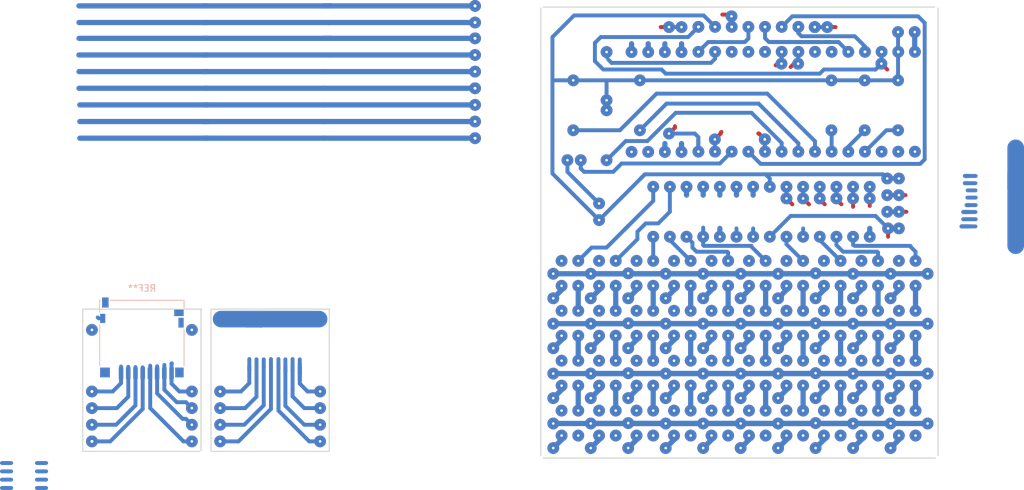
<source format=kicad_pcb>
(kicad_pcb (version 20171130) (host pcbnew "(5.0.1-3-g963ef8bb5)")

  (general
    (thickness 1.6)
    (drawings 12)
    (tracks 1128)
    (zones 0)
    (modules 1)
    (nets 1)
  )

  (page A4)
  (layers
    (0 F.Cu signal)
    (31 B.Cu signal)
    (32 B.Adhes user)
    (33 F.Adhes user)
    (34 B.Paste user)
    (35 F.Paste user)
    (36 B.SilkS user)
    (37 F.SilkS user)
    (38 B.Mask user)
    (39 F.Mask user)
    (40 Dwgs.User user)
    (41 Cmts.User user)
    (42 Eco1.User user)
    (43 Eco2.User user)
    (44 Edge.Cuts user)
    (45 Margin user)
    (46 B.CrtYd user)
    (47 F.CrtYd user)
    (48 B.Fab user)
    (49 F.Fab user)
  )

  (setup
    (last_trace_width 0.59944)
    (trace_clearance 0.2)
    (zone_clearance 0.508)
    (zone_45_only no)
    (trace_min 0.2)
    (segment_width 0.2)
    (edge_width 0.15)
    (via_size 1.8)
    (via_drill 0.4)
    (via_min_size 0.4)
    (via_min_drill 0.3)
    (uvia_size 0.3)
    (uvia_drill 0.1)
    (uvias_allowed no)
    (uvia_min_size 0.2)
    (uvia_min_drill 0.1)
    (pcb_text_width 0.3)
    (pcb_text_size 1.5 1.5)
    (mod_edge_width 0.15)
    (mod_text_size 1 1)
    (mod_text_width 0.15)
    (pad_size 1.524 1.524)
    (pad_drill 0.762)
    (pad_to_mask_clearance 0.051)
    (solder_mask_min_width 0.25)
    (aux_axis_origin 0 0)
    (visible_elements FFFFFF7F)
    (pcbplotparams
      (layerselection 0x010fc_ffffffff)
      (usegerberextensions false)
      (usegerberattributes false)
      (usegerberadvancedattributes false)
      (creategerberjobfile false)
      (excludeedgelayer true)
      (linewidth 0.150000)
      (plotframeref false)
      (viasonmask false)
      (mode 1)
      (useauxorigin false)
      (hpglpennumber 1)
      (hpglpenspeed 20)
      (hpglpendiameter 15.000000)
      (psnegative false)
      (psa4output false)
      (plotreference true)
      (plotvalue true)
      (plotinvisibletext false)
      (padsonsilk false)
      (subtractmaskfromsilk false)
      (outputformat 1)
      (mirror false)
      (drillshape 1)
      (scaleselection 1)
      (outputdirectory ""))
  )

  (net 0 "")

  (net_class Default "This is the default net class."
    (clearance 0.2)
    (trace_width 0.59944)
    (via_dia 1.8)
    (via_drill 0.4)
    (uvia_dia 0.3)
    (uvia_drill 0.1)
  )

  (net_class neti ""
    (clearance 0.2)
    (trace_width 0.59944)
    (via_dia 3)
    (via_drill 0.4)
    (uvia_dia 0.3)
    (uvia_drill 0.1)
  )

  (module Connector_Card:microSD_HC_Hirose_DM3D-SF (layer B.Cu) (tedit 5B82D16A) (tstamp 5DE970AC)
    (at 68.707 72.644 180)
    (descr "Micro SD, SMD, right-angle, push-pull (https://media.digikey.com/PDF/Data%20Sheets/Hirose%20PDFs/DM3D-SF.pdf)")
    (tags "Micro SD")
    (attr smd)
    (fp_text reference REF** (at -0.025 7.625 180) (layer B.SilkS)
      (effects (font (size 1 1) (thickness 0.15)) (justify mirror))
    )
    (fp_text value microSD_HC_Hirose_DM3D-SF (at -0.025 -6.975 180) (layer B.Fab)
      (effects (font (size 1 1) (thickness 0.15)) (justify mirror))
    )
    (fp_arc (start 5.475 -5.475) (end 5.475 -5.725) (angle -90) (layer B.Fab) (width 0.1))
    (fp_arc (start 4.725 -4.425) (end 4.725 -3.925) (angle -90) (layer B.Fab) (width 0.1))
    (fp_arc (start -5.525 -5.475) (end -5.275 -5.475) (angle -90) (layer B.Fab) (width 0.1))
    (fp_arc (start -4.775 -4.425) (end -5.275 -4.425) (angle -90) (layer B.Fab) (width 0.1))
    (fp_arc (start -5.025 -9.575) (end -5.025 -10.075) (angle -90) (layer B.Fab) (width 0.1))
    (fp_arc (start 4.975 -9.575) (end 5.475 -9.575) (angle -90) (layer B.Fab) (width 0.1))
    (fp_line (start 6.325 5.785) (end 6.435 5.785) (layer B.SilkS) (width 0.12))
    (fp_line (start 0.525 5.725) (end -1.975 5.725) (layer Dwgs.User) (width 0.1))
    (fp_line (start 6.375 -5.725) (end 6.375 5.725) (layer B.Fab) (width 0.1))
    (fp_line (start 3.575 -0.475) (end 3.575 1.525) (layer Dwgs.User) (width 0.1))
    (fp_line (start 3.075 -0.475) (end 3.575 0.975) (layer Dwgs.User) (width 0.1))
    (fp_line (start 2.575 -0.475) (end 3.275 1.525) (layer Dwgs.User) (width 0.1))
    (fp_line (start 2.075 -0.475) (end 2.775 1.525) (layer Dwgs.User) (width 0.1))
    (fp_line (start 1.575 -0.475) (end 2.275 1.525) (layer Dwgs.User) (width 0.1))
    (fp_line (start 1.075 -0.475) (end 1.775 1.525) (layer Dwgs.User) (width 0.1))
    (fp_line (start 0.575 -0.475) (end 1.275 1.525) (layer Dwgs.User) (width 0.1))
    (fp_line (start 0.075 -0.475) (end 0.775 1.525) (layer Dwgs.User) (width 0.1))
    (fp_line (start -0.425 -0.475) (end 0.275 1.525) (layer Dwgs.User) (width 0.1))
    (fp_line (start -0.925 -0.475) (end -0.225 1.525) (layer Dwgs.User) (width 0.1))
    (fp_line (start -1.425 -0.475) (end -0.725 1.525) (layer Dwgs.User) (width 0.1))
    (fp_line (start -1.925 -0.475) (end -1.225 1.525) (layer Dwgs.User) (width 0.1))
    (fp_line (start -2.425 -0.475) (end -1.725 1.525) (layer Dwgs.User) (width 0.1))
    (fp_line (start -2.925 -0.475) (end -2.225 1.525) (layer Dwgs.User) (width 0.1))
    (fp_line (start -3.425 -0.475) (end -2.725 1.525) (layer Dwgs.User) (width 0.1))
    (fp_line (start -4.425 -0.475) (end -3.725 1.525) (layer Dwgs.User) (width 0.1))
    (fp_line (start -6.375 -5.725) (end -6.375 5.725) (layer B.Fab) (width 0.1))
    (fp_line (start -4.925 -0.475) (end 3.575 -0.475) (layer Dwgs.User) (width 0.1))
    (fp_line (start 0.525 3.875) (end -1.975 3.875) (layer Dwgs.User) (width 0.1))
    (fp_line (start -4.925 1.525) (end 3.575 1.525) (layer Dwgs.User) (width 0.1))
    (fp_line (start -6.92 6.72) (end 6.88 6.72) (layer B.CrtYd) (width 0.05))
    (fp_line (start 6.88 6.72) (end 6.88 -6.28) (layer B.CrtYd) (width 0.05))
    (fp_line (start 6.88 -6.28) (end -6.92 -6.28) (layer B.CrtYd) (width 0.05))
    (fp_line (start -6.92 -6.28) (end -6.92 6.72) (layer B.CrtYd) (width 0.05))
    (fp_line (start -4.925 1.525) (end -4.925 -0.475) (layer Dwgs.User) (width 0.1))
    (fp_line (start -4.925 -0.475) (end -4.225 1.525) (layer Dwgs.User) (width 0.1))
    (fp_line (start -4.225 1.525) (end -3.725 1.525) (layer Dwgs.User) (width 0.1))
    (fp_line (start -3.925 -0.475) (end -3.225 1.525) (layer Dwgs.User) (width 0.1))
    (fp_line (start -3.225 1.525) (end -2.725 1.525) (layer Dwgs.User) (width 0.1))
    (fp_line (start -6.375 5.725) (end 6.375 5.725) (layer B.Fab) (width 0.1))
    (fp_line (start -1.975 5.725) (end -1.975 3.875) (layer Dwgs.User) (width 0.1))
    (fp_line (start 0.525 3.875) (end 0.525 5.725) (layer Dwgs.User) (width 0.1))
    (fp_line (start -1.925 3.875) (end -1.525 5.725) (layer Dwgs.User) (width 0.1))
    (fp_line (start -1.025 5.725) (end -1.525 3.875) (layer Dwgs.User) (width 0.1))
    (fp_line (start -1.025 3.875) (end -0.525 5.725) (layer Dwgs.User) (width 0.1))
    (fp_line (start -0.025 5.725) (end -0.525 3.875) (layer Dwgs.User) (width 0.1))
    (fp_line (start -0.025 3.875) (end 0.475 5.725) (layer Dwgs.User) (width 0.1))
    (fp_line (start -5.525 6.975) (end 4.175 6.975) (layer B.Fab) (width 0.1))
    (fp_line (start 4.175 5.725) (end 4.175 6.975) (layer B.Fab) (width 0.1))
    (fp_line (start -5.525 5.725) (end -5.525 6.975) (layer B.Fab) (width 0.1))
    (fp_line (start -4.775 -3.925) (end 4.725 -3.925) (layer B.Fab) (width 0.1))
    (fp_line (start -6.375 -5.725) (end -5.525 -5.725) (layer B.Fab) (width 0.1))
    (fp_line (start -5.275 -5.475) (end -5.275 -4.425) (layer B.Fab) (width 0.1))
    (fp_line (start 5.225 -5.475) (end 5.225 -4.425) (layer B.Fab) (width 0.1))
    (fp_line (start 5.475 -5.725) (end 6.375 -5.725) (layer B.Fab) (width 0.1))
    (fp_line (start -5.525 -5.725) (end -5.525 -9.575) (layer B.Fab) (width 0.1))
    (fp_line (start -5.025 -10.075) (end 4.975 -10.075) (layer B.Fab) (width 0.1))
    (fp_line (start 5.475 -9.575) (end 5.475 -5.725) (layer B.Fab) (width 0.1))
    (fp_line (start -6.435 4.625) (end -6.435 5.785) (layer B.SilkS) (width 0.12))
    (fp_line (start -6.435 5.785) (end 4.825 5.785) (layer B.SilkS) (width 0.12))
    (fp_line (start 6.435 5.785) (end 6.435 3.975) (layer B.SilkS) (width 0.12))
    (fp_line (start -6.435 1.375) (end -6.435 -4.225) (layer B.SilkS) (width 0.12))
    (fp_line (start 6.435 2.075) (end 6.435 -4.225) (layer B.SilkS) (width 0.12))
    (fp_text user KEEPOUT (at -0.725 4.8 180) (layer Cmts.User)
      (effects (font (size 0.4 0.4) (thickness 0.06)))
    )
    (fp_text user %R (at -0.025 -1.475 180) (layer B.Fab)
      (effects (font (size 1 1) (thickness 0.1)) (justify mirror))
    )
    (fp_text user KEEPOUT (at -0.275 0.525 180) (layer Cmts.User)
      (effects (font (size 1 1) (thickness 0.1)))
    )
    (pad 10 smd rect (at 5.575 5.45 180) (size 1 1.55) (layers B.Cu B.Paste B.Mask))
    (pad 11 smd rect (at 5.625 -5.225 180) (size 1.5 1.5) (layers B.Cu B.Paste B.Mask))
    (pad 1 smd rect (at 3.175 -5.35 180) (size 0.7 1.75) (layers B.Cu B.Paste B.Mask))
    (pad 2 smd rect (at 2.075 -5.35 180) (size 0.7 1.75) (layers B.Cu B.Paste B.Mask))
    (pad 3 smd rect (at 0.975 -5.35 180) (size 0.7 1.75) (layers B.Cu B.Paste B.Mask))
    (pad 4 smd rect (at -0.125 -5.35 180) (size 0.7 1.75) (layers B.Cu B.Paste B.Mask))
    (pad 5 smd rect (at -1.225 -5.35 180) (size 0.7 1.75) (layers B.Cu B.Paste B.Mask))
    (pad 6 smd rect (at -2.325 -5.35 180) (size 0.7 1.75) (layers B.Cu B.Paste B.Mask))
    (pad 7 smd rect (at -3.425 -5.35 180) (size 0.7 1.75) (layers B.Cu B.Paste B.Mask))
    (pad 11 smd rect (at 5.975 3.025 180) (size 0.8 1.4) (layers B.Cu B.Paste B.Mask))
    (pad 9 smd rect (at -5.65 3.875 180) (size 1.45 1) (layers B.Cu B.Paste B.Mask))
    (pad 11 smd rect (at -5.975 2.375 180) (size 0.8 1.5) (layers B.Cu B.Paste B.Mask))
    (pad 11 smd rect (at -5.725 -5.225 180) (size 1.3 1.5) (layers B.Cu B.Paste B.Mask))
    (pad 8 smd rect (at -4.525 -5.35 180) (size 0.7 1.75) (layers B.Cu B.Paste B.Mask))
    (model ${KISYS3DMOD}/Connector_Card.3dshapes/microSD_HC_Hirose_DM3D-SF.wrl
      (at (xyz 0 0 0))
      (scale (xyz 1 1 1))
      (rotate (xyz 0 0 0))
    )
  )

  (gr_line (start 129.54 90.551) (end 129.54 22.225) (layer Edge.Cuts) (width 0.15))
  (gr_line (start 189.738 90.932) (end 129.921 90.932) (layer Edge.Cuts) (width 0.15))
  (gr_line (start 190.119 22.225) (end 190.119 90.551) (layer Edge.Cuts) (width 0.15))
  (gr_line (start 129.921 22.098) (end 189.611 22.098) (layer Edge.Cuts) (width 0.15))
  (gr_line (start 79.248 68.199) (end 97.409 68.199) (layer Edge.Cuts) (width 0.15) (tstamp 5DE979D2))
  (gr_line (start 79.248 89.916) (end 97.155 89.916) (layer Edge.Cuts) (width 0.15) (tstamp 5DE979D1))
  (gr_line (start 79.248 68.199) (end 79.248 89.789) (layer Edge.Cuts) (width 0.15) (tstamp 5DE9797E))
  (gr_line (start 97.282 68.326) (end 97.282 89.916) (layer Edge.Cuts) (width 0.15) (tstamp 5DE9797D))
  (gr_line (start 59.69 68.199) (end 77.851 68.199) (layer Edge.Cuts) (width 0.15) (tstamp 5DE97775))
  (gr_line (start 59.69 89.916) (end 77.597 89.916) (layer Edge.Cuts) (width 0.15) (tstamp 5DE97775))
  (gr_line (start 59.69 68.199) (end 59.69 89.789) (layer Edge.Cuts) (width 0.15) (tstamp 5DE95758))
  (gr_line (start 77.724 68.199) (end 77.724 89.789) (layer Edge.Cuts) (width 0.15) (tstamp 5DE95757))

  (via (at 176.437583 28.920137) (size 1.2) (drill 0.4) (layers F.Cu B.Cu) (net 0) (tstamp 5E065D07))
  (via (at 186.597583 28.920137) (size 0.8) (drill 0.4) (layers F.Cu B.Cu) (net 0) (tstamp 5E065D08))
  (via (at 156.117583 44.160137) (size 1.8) (drill 0.4) (layers F.Cu B.Cu) (net 0) (tstamp 5E065D1A))
  (via (at 173.897583 44.160137) (size 1.8) (drill 0.4) (layers F.Cu B.Cu) (net 0) (tstamp 5E065D1B))
  (via (at 176.437583 44.160137) (size 1.8) (drill 0.4) (layers F.Cu B.Cu) (net 0) (tstamp 5E065D1C))
  (via (at 178.977583 44.160137) (size 1.8) (drill 0.4) (layers F.Cu B.Cu) (net 0) (tstamp 5E065D1D))
  (via (at 173.897583 28.920137) (size 0.8) (drill 0.4) (layers F.Cu B.Cu) (net 0) (tstamp 5E065D1E))
  (via (at 186.597583 28.920137) (size 1.8) (drill 0.4) (layers F.Cu B.Cu) (net 0) (tstamp 5E065D1F))
  (via (at 178.977583 28.920137) (size 0.8) (drill 0.4) (layers F.Cu B.Cu) (net 0) (tstamp 5E065D20))
  (via (at 181.517583 28.920137) (size 1.8) (drill 0.4) (layers F.Cu B.Cu) (net 0) (tstamp 5E065D21))
  (via (at 184.057583 28.920137) (size 1.8) (drill 0.4) (layers F.Cu B.Cu) (net 0) (tstamp 5E065D22))
  (via (at 176.437583 28.920137) (size 0.8) (drill 0.4) (layers F.Cu B.Cu) (net 0) (tstamp 5E065D23))
  (via (at 181.517583 28.920137) (size 0.8) (drill 0.4) (layers F.Cu B.Cu) (net 0) (tstamp 5E065D24))
  (via (at 186.597583 28.920137) (size 1.5) (drill 0.4) (layers F.Cu B.Cu) (net 0) (tstamp 5E065D25))
  (via (at 186.597583 28.920137) (size 0.8) (drill 0.4) (layers F.Cu B.Cu) (net 0) (tstamp 5E065D26))
  (via (at 184.057583 28.920137) (size 1.5) (drill 0.4) (layers F.Cu B.Cu) (net 0) (tstamp 5E065D27))
  (via (at 184.057583 28.920137) (size 0.8) (drill 0.4) (layers F.Cu B.Cu) (net 0) (tstamp 5E065D28))
  (via (at 176.437583 28.920137) (size 1.5) (drill 0.4) (layers F.Cu B.Cu) (net 0) (tstamp 5E065D29))
  (via (at 178.977583 28.920137) (size 0.8) (drill 0.4) (layers F.Cu B.Cu) (net 0) (tstamp 5E065D2A))
  (via (at 158.657583 28.920137) (size 0.8) (drill 0.4) (layers F.Cu B.Cu) (net 0) (tstamp 5E065D2B))
  (via (at 158.657583 28.920137) (size 1.8) (drill 0.4) (layers F.Cu B.Cu) (net 0) (tstamp 5E065D2C))
  (via (at 171.357583 28.920137) (size 1.8) (drill 0.4) (layers F.Cu B.Cu) (net 0) (tstamp 5E065D2D))
  (via (at 181.517583 28.920137) (size 0.8) (drill 0.4) (layers F.Cu B.Cu) (net 0) (tstamp 5E065D2E))
  (via (at 178.977583 28.920137) (size 1.5) (drill 0.4) (layers F.Cu B.Cu) (net 0) (tstamp 5E065D2F))
  (via (at 184.057583 28.920137) (size 0.8) (drill 0.4) (layers F.Cu B.Cu) (net 0) (tstamp 5E065D30))
  (via (at 181.517583 28.920137) (size 1.5) (drill 0.4) (layers F.Cu B.Cu) (net 0) (tstamp 5E065D31))
  (via (at 173.897583 28.920137) (size 1.5) (drill 0.4) (layers F.Cu B.Cu) (net 0) (tstamp 5E065D32))
  (via (at 173.897583 28.920137) (size 0.8) (drill 0.4) (layers F.Cu B.Cu) (net 0) (tstamp 5E065D33))
  (via (at 171.357583 28.920137) (size 1.5) (drill 0.4) (layers F.Cu B.Cu) (net 0) (tstamp 5E065D34))
  (via (at 171.357583 28.920137) (size 0.8) (drill 0.4) (layers F.Cu B.Cu) (net 0) (tstamp 5E065D35))
  (via (at 168.817583 28.920137) (size 1.5) (drill 0.4) (layers F.Cu B.Cu) (net 0) (tstamp 5E065D36))
  (via (at 168.817583 28.920137) (size 0.8) (drill 0.4) (layers F.Cu B.Cu) (net 0) (tstamp 5E065D37))
  (via (at 166.277583 28.920137) (size 1.5) (drill 0.4) (layers F.Cu B.Cu) (net 0) (tstamp 5E065D38))
  (via (at 166.277583 28.920137) (size 0.8) (drill 0.4) (layers F.Cu B.Cu) (net 0) (tstamp 5E065D39))
  (via (at 163.737583 28.920137) (size 1.5) (drill 0.4) (layers F.Cu B.Cu) (net 0) (tstamp 5E065D3A))
  (via (at 163.737583 28.920137) (size 0.8) (drill 0.4) (layers F.Cu B.Cu) (net 0) (tstamp 5E065D3B))
  (via (at 161.197583 28.920137) (size 1.5) (drill 0.4) (layers F.Cu B.Cu) (net 0) (tstamp 5E065D3C))
  (via (at 161.197583 28.920137) (size 0.8) (drill 0.4) (layers F.Cu B.Cu) (net 0) (tstamp 5E065D3D))
  (via (at 158.657583 28.920137) (size 1.5) (drill 0.4) (layers F.Cu B.Cu) (net 0) (tstamp 5E065D3E))
  (via (at 158.657583 28.920137) (size 0.8) (drill 0.4) (layers F.Cu B.Cu) (net 0) (tstamp 5E065D3F))
  (via (at 156.117583 28.920137) (size 1.5) (drill 0.4) (layers F.Cu B.Cu) (net 0) (tstamp 5E065D40))
  (via (at 158.657583 44.160137) (size 1.8) (drill 0.4) (layers F.Cu B.Cu) (net 0) (tstamp 5E065D41))
  (via (at 156.117583 28.920137) (size 0.8) (drill 0.4) (layers F.Cu B.Cu) (net 0) (tstamp 5E065D42))
  (via (at 163.737583 44.160137) (size 1.8) (drill 0.4) (layers F.Cu B.Cu) (net 0) (tstamp 5E065D43))
  (via (at 153.577583 28.920137) (size 1.5) (drill 0.4) (layers F.Cu B.Cu) (net 0) (tstamp 5E065D44))
  (via (at 153.577583 28.920137) (size 0.8) (drill 0.4) (layers F.Cu B.Cu) (net 0) (tstamp 5E065D45))
  (via (at 161.197583 44.160137) (size 1.8) (drill 0.4) (layers F.Cu B.Cu) (net 0) (tstamp 5E065D46))
  (via (at 153.577583 28.920137) (size 1.5) (drill 0.4) (layers F.Cu B.Cu) (net 0) (tstamp 5E065D47))
  (via (at 153.577583 28.920137) (size 0.8) (drill 0.4) (layers F.Cu B.Cu) (net 0) (tstamp 5E065D48))
  (via (at 153.577583 28.920137) (size 1.2) (drill 0.4) (layers F.Cu B.Cu) (net 0) (tstamp 5E065D49))
  (via (at 153.577583 28.920137) (size 0.8) (drill 0.4) (layers F.Cu B.Cu) (net 0) (tstamp 5E065D4A))
  (via (at 156.117583 28.920137) (size 1.2) (drill 0.4) (layers F.Cu B.Cu) (net 0) (tstamp 5E065D4B))
  (via (at 176.437583 28.920137) (size 1.8) (drill 0.4) (layers F.Cu B.Cu) (net 0) (tstamp 5E065D4C))
  (via (at 156.117583 28.920137) (size 0.8) (drill 0.4) (layers F.Cu B.Cu) (net 0) (tstamp 5E065D4D))
  (via (at 186.597583 44.160137) (size 1.8) (drill 0.4) (layers F.Cu B.Cu) (net 0) (tstamp 5E065D4F))
  (via (at 184.057583 44.160137) (size 1.8) (drill 0.4) (layers F.Cu B.Cu) (net 0) (tstamp 5E065D50))
  (via (at 181.517583 44.160137) (size 1.8) (drill 0.4) (layers F.Cu B.Cu) (net 0) (tstamp 5E065D51))
  (via (at 153.577583 28.920137) (size 1.8) (drill 0.4) (layers F.Cu B.Cu) (net 0) (tstamp 5E065D52))
  (via (at 153.577583 28.920137) (size 0.8) (drill 0.4) (layers F.Cu B.Cu) (net 0) (tstamp 5E065D53))
  (via (at 156.117583 28.920137) (size 1.8) (drill 0.4) (layers F.Cu B.Cu) (net 0) (tstamp 5E065D54))
  (via (at 156.117583 28.920137) (size 0.8) (drill 0.4) (layers F.Cu B.Cu) (net 0) (tstamp 5E065D55))
  (via (at 173.897583 28.920137) (size 1.8) (drill 0.4) (layers F.Cu B.Cu) (net 0) (tstamp 5E065D56))
  (via (at 166.277583 44.160137) (size 1.8) (drill 0.4) (layers F.Cu B.Cu) (net 0) (tstamp 5E065D57))
  (via (at 158.657583 28.920137) (size 1.2) (drill 0.4) (layers F.Cu B.Cu) (net 0) (tstamp 5E065D58))
  (via (at 158.657583 28.920137) (size 0.8) (drill 0.4) (layers F.Cu B.Cu) (net 0) (tstamp 5E065D59))
  (via (at 161.197583 28.920137) (size 1.2) (drill 0.4) (layers F.Cu B.Cu) (net 0) (tstamp 5E065D5A))
  (via (at 161.197583 28.920137) (size 0.8) (drill 0.4) (layers F.Cu B.Cu) (net 0) (tstamp 5E065D5B))
  (via (at 163.737583 28.920137) (size 1.2) (drill 0.4) (layers F.Cu B.Cu) (net 0) (tstamp 5E065D5C))
  (via (at 163.737583 28.920137) (size 0.8) (drill 0.4) (layers F.Cu B.Cu) (net 0) (tstamp 5E065D5D))
  (via (at 166.277583 28.920137) (size 1.2) (drill 0.4) (layers F.Cu B.Cu) (net 0) (tstamp 5E065D5E))
  (via (at 166.277583 28.920137) (size 0.8) (drill 0.4) (layers F.Cu B.Cu) (net 0) (tstamp 5E065D5F))
  (via (at 168.817583 28.920137) (size 1.2) (drill 0.4) (layers F.Cu B.Cu) (net 0) (tstamp 5E065D60))
  (via (at 168.817583 28.920137) (size 0.8) (drill 0.4) (layers F.Cu B.Cu) (net 0) (tstamp 5E065D61))
  (via (at 171.357583 28.920137) (size 1.2) (drill 0.4) (layers F.Cu B.Cu) (net 0) (tstamp 5E065D62))
  (via (at 171.357583 28.920137) (size 0.8) (drill 0.4) (layers F.Cu B.Cu) (net 0) (tstamp 5E065D63))
  (via (at 173.897583 28.920137) (size 1.2) (drill 0.4) (layers F.Cu B.Cu) (net 0) (tstamp 5E065D64))
  (via (at 173.897583 28.920137) (size 0.8) (drill 0.4) (layers F.Cu B.Cu) (net 0) (tstamp 5E065D65))
  (via (at 176.437583 28.920137) (size 0.8) (drill 0.4) (layers F.Cu B.Cu) (net 0) (tstamp 5E065D66))
  (via (at 184.057583 28.920137) (size 0.8) (drill 0.4) (layers F.Cu B.Cu) (net 0) (tstamp 5E065D67))
  (via (at 186.597583 28.920137) (size 1.2) (drill 0.4) (layers F.Cu B.Cu) (net 0) (tstamp 5E065D68))
  (via (at 176.437583 28.920137) (size 0.8) (drill 0.4) (layers F.Cu B.Cu) (net 0) (tstamp 5E065D69))
  (via (at 156.117583 28.920137) (size 0.8) (drill 0.4) (layers F.Cu B.Cu) (net 0) (tstamp 5E065D6A))
  (via (at 161.197583 28.920137) (size 1.8) (drill 0.4) (layers F.Cu B.Cu) (net 0) (tstamp 5E065D6B))
  (via (at 153.577583 44.160137) (size 1.8) (drill 0.4) (layers F.Cu B.Cu) (net 0) (tstamp 5E065D6C))
  (via (at 176.437583 28.920137) (size 0.8) (drill 0.4) (layers F.Cu B.Cu) (net 0) (tstamp 5E065D6D))
  (via (at 153.577583 28.920137) (size 0.8) (drill 0.4) (layers F.Cu B.Cu) (net 0) (tstamp 5E065D6E))
  (via (at 173.897583 28.920137) (size 0.8) (drill 0.4) (layers F.Cu B.Cu) (net 0) (tstamp 5E065D6F))
  (via (at 158.657583 28.920137) (size 0.8) (drill 0.4) (layers F.Cu B.Cu) (net 0) (tstamp 5E065D71))
  (via (at 176.437583 28.920137) (size 0.8) (drill 0.4) (layers F.Cu B.Cu) (net 0) (tstamp 5E065D72))
  (via (at 171.357583 28.920137) (size 0.8) (drill 0.4) (layers F.Cu B.Cu) (net 0) (tstamp 5E065D73))
  (via (at 168.817583 28.920137) (size 0.8) (drill 0.4) (layers F.Cu B.Cu) (net 0) (tstamp 5E065D74))
  (via (at 166.277583 28.920137) (size 0.8) (drill 0.4) (layers F.Cu B.Cu) (net 0) (tstamp 5E065D75))
  (via (at 163.737583 28.920137) (size 0.8) (drill 0.4) (layers F.Cu B.Cu) (net 0) (tstamp 5E065D76))
  (via (at 161.197583 28.920137) (size 0.8) (drill 0.4) (layers F.Cu B.Cu) (net 0) (tstamp 5E065D77))
  (via (at 171.357583 44.160137) (size 1.8) (drill 0.4) (layers F.Cu B.Cu) (net 0) (tstamp 5E065D78))
  (via (at 178.977583 28.920137) (size 0.8) (drill 0.4) (layers F.Cu B.Cu) (net 0) (tstamp 5E065D79))
  (via (at 168.817583 44.160137) (size 1.8) (drill 0.4) (layers F.Cu B.Cu) (net 0) (tstamp 5E065D7A))
  (via (at 181.517583 28.920137) (size 0.8) (drill 0.4) (layers F.Cu B.Cu) (net 0) (tstamp 5E065D7B))
  (via (at 186.597583 28.920137) (size 0.8) (drill 0.4) (layers F.Cu B.Cu) (net 0) (tstamp 5E065D7C))
  (via (at 153.577583 28.920137) (size 0.8) (drill 0.4) (layers F.Cu B.Cu) (net 0) (tstamp 5E065D7D))
  (via (at 153.577583 28.920137) (size 1.2) (drill 0.4) (layers F.Cu B.Cu) (net 0) (tstamp 5E065D7E))
  (via (at 176.437583 28.920137) (size 0.8) (drill 0.4) (layers F.Cu B.Cu) (net 0) (tstamp 5E065D7F))
  (via (at 178.977583 28.920137) (size 1.2) (drill 0.4) (layers F.Cu B.Cu) (net 0) (tstamp 5E065D80))
  (via (at 178.977583 28.920137) (size 0.8) (drill 0.4) (layers F.Cu B.Cu) (net 0) (tstamp 5E065D81))
  (via (at 181.517583 28.920137) (size 1.2) (drill 0.4) (layers F.Cu B.Cu) (net 0) (tstamp 5E065D82))
  (via (at 181.517583 28.920137) (size 0.8) (drill 0.4) (layers F.Cu B.Cu) (net 0) (tstamp 5E065D83))
  (via (at 184.057583 28.920137) (size 1.2) (drill 0.4) (layers F.Cu B.Cu) (net 0) (tstamp 5E065D84))
  (via (at 168.817583 28.920137) (size 0.8) (drill 0.4) (layers F.Cu B.Cu) (net 0) (tstamp 5E065D85))
  (via (at 171.357583 28.920137) (size 0.8) (drill 0.4) (layers F.Cu B.Cu) (net 0) (tstamp 5E065D86))
  (via (at 178.977583 28.920137) (size 1.8) (drill 0.4) (layers F.Cu B.Cu) (net 0) (tstamp 5E065D87))
  (via (at 161.197583 28.920137) (size 0.8) (drill 0.4) (layers F.Cu B.Cu) (net 0) (tstamp 5E065D88))
  (via (at 163.737583 28.920137) (size 1.8) (drill 0.4) (layers F.Cu B.Cu) (net 0) (tstamp 5E065D89))
  (via (at 184.057583 28.920137) (size 0.8) (drill 0.4) (layers F.Cu B.Cu) (net 0) (tstamp 5E065D8A))
  (via (at 163.737583 28.920137) (size 0.8) (drill 0.4) (layers F.Cu B.Cu) (net 0) (tstamp 5E065D8B))
  (via (at 186.597583 28.920137) (size 0.8) (drill 0.4) (layers F.Cu B.Cu) (net 0) (tstamp 5E065D8C))
  (via (at 166.277583 28.920137) (size 1.8) (drill 0.4) (layers F.Cu B.Cu) (net 0) (tstamp 5E065D8D))
  (via (at 166.277583 28.920137) (size 0.8) (drill 0.4) (layers F.Cu B.Cu) (net 0) (tstamp 5E065D8E))
  (via (at 168.817583 28.920137) (size 1.8) (drill 0.4) (layers F.Cu B.Cu) (net 0) (tstamp 5E065D8F))
  (via (at 153.577583 25.110137) (size 1.8) (drill 0.4) (layers F.Cu B.Cu) (net 0) (tstamp 5E065F9A))
  (via (at 158.657583 25.110137) (size 1.8) (drill 0.4) (layers F.Cu B.Cu) (net 0) (tstamp 5E065F9B))
  (via (at 158.657583 25.110137) (size 0.8) (drill 0.4) (layers F.Cu B.Cu) (net 0) (tstamp 5E065F9C))
  (via (at 153.577583 25.110137) (size 1.2) (drill 0.4) (layers F.Cu B.Cu) (net 0) (tstamp 5E065F9D))
  (via (at 153.577583 25.110137) (size 1.5) (drill 0.4) (layers F.Cu B.Cu) (net 0) (tstamp 5E065F9E))
  (via (at 153.577583 25.110137) (size 0.8) (drill 0.4) (layers F.Cu B.Cu) (net 0) (tstamp 5E065F9F))
  (via (at 153.577583 25.110137) (size 0.8) (drill 0.4) (layers F.Cu B.Cu) (net 0) (tstamp 5E065FA0))
  (via (at 156.117583 25.110137) (size 0.8) (drill 0.4) (layers F.Cu B.Cu) (net 0) (tstamp 5E065FA1))
  (via (at 168.817583 25.110137) (size 0.8) (drill 0.4) (layers F.Cu B.Cu) (net 0) (tstamp 5E065FA2))
  (via (at 153.577583 25.110137) (size 0.8) (drill 0.4) (layers F.Cu B.Cu) (net 0) (tstamp 5E065FA3))
  (via (at 156.117583 25.110137) (size 1.2) (drill 0.4) (layers F.Cu B.Cu) (net 0) (tstamp 5E065FA4))
  (via (at 156.117583 25.110137) (size 0.8) (drill 0.4) (layers F.Cu B.Cu) (net 0) (tstamp 5E065FA5))
  (via (at 156.117583 25.110137) (size 1.5) (drill 0.4) (layers F.Cu B.Cu) (net 0) (tstamp 5E065FA6))
  (via (at 153.577583 25.110137) (size 0.8) (drill 0.4) (layers F.Cu B.Cu) (net 0) (tstamp 5E065FA7))
  (via (at 158.657583 25.110137) (size 0.8) (drill 0.4) (layers F.Cu B.Cu) (net 0) (tstamp 5E065FA8))
  (via (at 158.657583 25.110137) (size 1.5) (drill 0.4) (layers F.Cu B.Cu) (net 0) (tstamp 5E065FA9))
  (via (at 163.737583 25.110137) (size 1.5) (drill 0.4) (layers F.Cu B.Cu) (net 0) (tstamp 5E065FAA))
  (via (at 166.277583 25.110137) (size 0.8) (drill 0.4) (layers F.Cu B.Cu) (net 0) (tstamp 5E065FAB))
  (via (at 158.657583 25.110137) (size 1.2) (drill 0.4) (layers F.Cu B.Cu) (net 0) (tstamp 5E065FAC))
  (via (at 163.737583 25.110137) (size 1.2) (drill 0.4) (layers F.Cu B.Cu) (net 0) (tstamp 5E065FAD))
  (via (at 163.737583 25.110137) (size 0.8) (drill 0.4) (layers F.Cu B.Cu) (net 0) (tstamp 5E065FAE))
  (via (at 166.277583 25.110137) (size 1.2) (drill 0.4) (layers F.Cu B.Cu) (net 0) (tstamp 5E065FAF))
  (via (at 156.117583 25.110137) (size 0.8) (drill 0.4) (layers F.Cu B.Cu) (net 0) (tstamp 5E065FB0))
  (via (at 153.577583 25.110137) (size 0.8) (drill 0.4) (layers F.Cu B.Cu) (net 0) (tstamp 5E065FB1))
  (via (at 168.817583 25.110137) (size 0.8) (drill 0.4) (layers F.Cu B.Cu) (net 0) (tstamp 5E065FB2))
  (via (at 166.277583 25.110137) (size 0.8) (drill 0.4) (layers F.Cu B.Cu) (net 0) (tstamp 5E065FB3))
  (via (at 163.737583 25.110137) (size 0.8) (drill 0.4) (layers F.Cu B.Cu) (net 0) (tstamp 5E065FB4))
  (via (at 161.197583 25.110137) (size 0.8) (drill 0.4) (layers F.Cu B.Cu) (net 0) (tstamp 5E065FB5))
  (via (at 166.277583 25.110137) (size 1.8) (drill 0.4) (layers F.Cu B.Cu) (net 0) (tstamp 5E065FB6))
  (via (at 166.277583 25.110137) (size 0.8) (drill 0.4) (layers F.Cu B.Cu) (net 0) (tstamp 5E065FB7))
  (via (at 163.737583 25.110137) (size 0.8) (drill 0.4) (layers F.Cu B.Cu) (net 0) (tstamp 5E065FB8))
  (via (at 168.817583 25.110137) (size 0.8) (drill 0.4) (layers F.Cu B.Cu) (net 0) (tstamp 5E065FB9))
  (via (at 163.737583 25.110137) (size 1.8) (drill 0.4) (layers F.Cu B.Cu) (net 0) (tstamp 5E065FBA))
  (via (at 153.577583 25.110137) (size 1.2) (drill 0.4) (layers F.Cu B.Cu) (net 0) (tstamp 5E065FBB))
  (via (at 153.577583 25.110137) (size 0.8) (drill 0.4) (layers F.Cu B.Cu) (net 0) (tstamp 5E065FBC))
  (via (at 161.197583 25.110137) (size 0.8) (drill 0.4) (layers F.Cu B.Cu) (net 0) (tstamp 5E065FBD))
  (via (at 158.657583 25.110137) (size 0.8) (drill 0.4) (layers F.Cu B.Cu) (net 0) (tstamp 5E065FBE))
  (via (at 161.197583 25.110137) (size 1.8) (drill 0.4) (layers F.Cu B.Cu) (net 0) (tstamp 5E065FBF))
  (via (at 168.817583 25.110137) (size 1.2) (drill 0.4) (layers F.Cu B.Cu) (net 0) (tstamp 5E065FC0))
  (via (at 168.817583 25.110137) (size 0.8) (drill 0.4) (layers F.Cu B.Cu) (net 0) (tstamp 5E065FC1))
  (via (at 161.197583 25.110137) (size 1.2) (drill 0.4) (layers F.Cu B.Cu) (net 0) (tstamp 5E065FC2))
  (via (at 161.197583 25.110137) (size 0.8) (drill 0.4) (layers F.Cu B.Cu) (net 0) (tstamp 5E065FC3))
  (via (at 166.277583 25.110137) (size 0.8) (drill 0.4) (layers F.Cu B.Cu) (net 0) (tstamp 5E065FC4))
  (via (at 156.117583 25.110137) (size 1.8) (drill 0.4) (layers F.Cu B.Cu) (net 0) (tstamp 5E065FC5))
  (via (at 156.117583 25.110137) (size 0.8) (drill 0.4) (layers F.Cu B.Cu) (net 0) (tstamp 5E065FC6))
  (via (at 158.657583 25.110137) (size 0.8) (drill 0.4) (layers F.Cu B.Cu) (net 0) (tstamp 5E065FC7))
  (via (at 161.197583 25.110137) (size 1.5) (drill 0.4) (layers F.Cu B.Cu) (net 0) (tstamp 5E065FC8))
  (via (at 163.737583 25.110137) (size 0.8) (drill 0.4) (layers F.Cu B.Cu) (net 0) (tstamp 5E065FC9))
  (via (at 166.277583 25.110137) (size 1.5) (drill 0.4) (layers F.Cu B.Cu) (net 0) (tstamp 5E065FCA))
  (via (at 153.577583 25.110137) (size 1.5) (drill 0.4) (layers F.Cu B.Cu) (net 0) (tstamp 5E065FCB))
  (via (at 161.197583 25.110137) (size 0.8) (drill 0.4) (layers F.Cu B.Cu) (net 0) (tstamp 5E065FCC))
  (via (at 168.817583 25.110137) (size 0.8) (drill 0.4) (layers F.Cu B.Cu) (net 0) (tstamp 5E0661A3))
  (via (at 168.817583 25.110137) (size 1.8) (drill 0.4) (layers F.Cu B.Cu) (net 0))
  (via (at 184.023 33.274) (size 1.8) (drill 0.4) (layers F.Cu B.Cu) (net 0))
  (via (at 184.023 40.894) (size 1.8) (drill 0.4) (layers F.Cu B.Cu) (net 0))
  (via (at 178.943 40.894) (size 1.8) (drill 0.4) (layers F.Cu B.Cu) (net 0))
  (via (at 173.863 40.894) (size 1.8) (drill 0.4) (layers F.Cu B.Cu) (net 0))
  (via (at 178.943 33.274) (size 1.8) (drill 0.4) (layers F.Cu B.Cu) (net 0))
  (via (at 173.863 33.274) (size 1.8) (drill 0.4) (layers F.Cu B.Cu) (net 0))
  (segment (start 184.057583 33.239417) (end 184.023 33.274) (width 1) (layer B.Cu) (net 0))
  (segment (start 144.687583 33.239417) (end 144.653 33.274) (width 1) (layer B.Cu) (net 0) (tstamp 5E0772AE))
  (via (at 144.653 33.274) (size 1.8) (drill 0.4) (layers F.Cu B.Cu) (net 0) (tstamp 5E0772B0))
  (segment (start 134.527583 33.112417) (end 134.493 33.147) (width 1) (layer B.Cu) (net 0) (tstamp 5E0772AE))
  (via (at 134.493 33.274) (size 1.8) (drill 0.4) (layers F.Cu B.Cu) (net 0) (tstamp 5E0772B0))
  (via (at 134.493 40.894) (size 1.8) (drill 0.4) (layers F.Cu B.Cu) (net 0) (tstamp 5E0772B1))
  (via (at 144.653 40.894) (size 1.8) (drill 0.4) (layers F.Cu B.Cu) (net 0) (tstamp 5E0772B1))
  (via (at 139.573 28.956) (size 1.8) (drill 0.4) (layers F.Cu B.Cu) (net 0) (tstamp 5E07763C))
  (via (at 139.573 36.322) (size 1.8) (drill 0.4) (layers F.Cu B.Cu) (net 0) (tstamp 5E07763D))
  (segment (start 139.607583 37.811417) (end 139.573 37.846) (width 1) (layer B.Cu) (net 0) (tstamp 5E07763B))
  (via (at 139.573 37.846) (size 1.8) (drill 0.4) (layers F.Cu B.Cu) (net 0) (tstamp 5E07763C))
  (via (at 139.573 45.466) (size 1.8) (drill 0.4) (layers F.Cu B.Cu) (net 0) (tstamp 5E07763D))
  (segment (start 134.62 33.274) (end 134.493 33.147) (width 1) (layer B.Cu) (net 0))
  (segment (start 184.023 25.908) (end 184.023 25.908) (width 0.8) (layer B.Cu) (net 0))
  (segment (start 139.573 29.083) (end 139.573 29.591) (width 0.8) (layer B.Cu) (net 0))
  (via (at 184.023 25.908) (size 1.8) (drill 0.4) (layers F.Cu B.Cu) (net 0))
  (via (at 186.563 25.908) (size 1.8) (drill 0.4) (layers F.Cu B.Cu) (net 0))
  (segment (start 186.563 28.885554) (end 186.597583 28.920137) (width 0.8) (layer B.Cu) (net 0))
  (segment (start 186.563 25.908) (end 186.563 28.885554) (width 0.8) (layer B.Cu) (net 0))
  (via (at 119.519183 42.104625) (size 1.8) (drill 0.4) (layers F.Cu B.Cu) (net 0) (tstamp 5E0A4FCC))
  (via (at 119.519183 37.024625) (size 1.8) (drill 0.4) (layers F.Cu B.Cu) (net 0) (tstamp 5E0A4FCD))
  (via (at 119.519183 37.024625) (size 0.8) (drill 0.4) (layers F.Cu B.Cu) (net 0) (tstamp 5E0A4FCE))
  (via (at 119.519183 42.104625) (size 1.2) (drill 0.4) (layers F.Cu B.Cu) (net 0) (tstamp 5E0A4FCF))
  (via (at 119.519183 42.104625) (size 1.5) (drill 0.4) (layers F.Cu B.Cu) (net 0) (tstamp 5E0A4FD0))
  (via (at 119.519183 42.104625) (size 0.8) (drill 0.4) (layers F.Cu B.Cu) (net 0) (tstamp 5E0A4FD1))
  (via (at 119.519183 42.104625) (size 0.8) (drill 0.4) (layers F.Cu B.Cu) (net 0) (tstamp 5E0A4FD2))
  (via (at 119.519183 39.564625) (size 0.8) (drill 0.4) (layers F.Cu B.Cu) (net 0) (tstamp 5E0A4FD3))
  (via (at 119.519183 26.864625) (size 0.8) (drill 0.4) (layers F.Cu B.Cu) (net 0) (tstamp 5E0A4FD4))
  (via (at 119.519183 42.104625) (size 0.8) (drill 0.4) (layers F.Cu B.Cu) (net 0) (tstamp 5E0A4FD5))
  (via (at 119.519183 39.564625) (size 1.2) (drill 0.4) (layers F.Cu B.Cu) (net 0) (tstamp 5E0A4FD6))
  (via (at 119.519183 39.564625) (size 0.8) (drill 0.4) (layers F.Cu B.Cu) (net 0) (tstamp 5E0A4FD7))
  (via (at 119.519183 39.564625) (size 1.5) (drill 0.4) (layers F.Cu B.Cu) (net 0) (tstamp 5E0A4FD8))
  (via (at 119.519183 42.104625) (size 0.8) (drill 0.4) (layers F.Cu B.Cu) (net 0) (tstamp 5E0A4FD9))
  (via (at 119.519183 37.024625) (size 0.8) (drill 0.4) (layers F.Cu B.Cu) (net 0) (tstamp 5E0A4FDA))
  (via (at 119.519183 37.024625) (size 1.5) (drill 0.4) (layers F.Cu B.Cu) (net 0) (tstamp 5E0A4FDB))
  (via (at 119.519183 31.944625) (size 1.5) (drill 0.4) (layers F.Cu B.Cu) (net 0) (tstamp 5E0A4FDC))
  (via (at 119.519183 29.404625) (size 0.8) (drill 0.4) (layers F.Cu B.Cu) (net 0) (tstamp 5E0A4FDD))
  (via (at 119.519183 37.024625) (size 1.2) (drill 0.4) (layers F.Cu B.Cu) (net 0) (tstamp 5E0A4FDE))
  (via (at 119.519183 31.944625) (size 1.2) (drill 0.4) (layers F.Cu B.Cu) (net 0) (tstamp 5E0A4FDF))
  (via (at 119.519183 31.944625) (size 0.8) (drill 0.4) (layers F.Cu B.Cu) (net 0) (tstamp 5E0A4FE0))
  (via (at 119.519183 29.404625) (size 1.2) (drill 0.4) (layers F.Cu B.Cu) (net 0) (tstamp 5E0A4FE1))
  (via (at 119.519183 39.564625) (size 0.8) (drill 0.4) (layers F.Cu B.Cu) (net 0) (tstamp 5E0A4FE2))
  (via (at 119.519183 42.104625) (size 0.8) (drill 0.4) (layers F.Cu B.Cu) (net 0) (tstamp 5E0A4FE3))
  (via (at 119.519183 26.864625) (size 0.8) (drill 0.4) (layers F.Cu B.Cu) (net 0) (tstamp 5E0A4FE4))
  (via (at 119.519183 29.404625) (size 0.8) (drill 0.4) (layers F.Cu B.Cu) (net 0) (tstamp 5E0A4FE5))
  (via (at 119.519183 31.944625) (size 0.8) (drill 0.4) (layers F.Cu B.Cu) (net 0) (tstamp 5E0A4FE6))
  (via (at 119.519183 34.484625) (size 0.8) (drill 0.4) (layers F.Cu B.Cu) (net 0) (tstamp 5E0A4FE7))
  (via (at 119.519183 29.404625) (size 1.8) (drill 0.4) (layers F.Cu B.Cu) (net 0) (tstamp 5E0A4FE8))
  (via (at 119.519183 29.404625) (size 0.8) (drill 0.4) (layers F.Cu B.Cu) (net 0) (tstamp 5E0A4FE9))
  (via (at 119.519183 31.944625) (size 0.8) (drill 0.4) (layers F.Cu B.Cu) (net 0) (tstamp 5E0A4FEA))
  (via (at 119.519183 26.864625) (size 0.8) (drill 0.4) (layers F.Cu B.Cu) (net 0) (tstamp 5E0A4FEB))
  (via (at 119.519183 31.944625) (size 1.8) (drill 0.4) (layers F.Cu B.Cu) (net 0) (tstamp 5E0A4FEC))
  (via (at 119.519183 42.104625) (size 1.2) (drill 0.4) (layers F.Cu B.Cu) (net 0) (tstamp 5E0A4FED))
  (via (at 119.519183 42.104625) (size 0.8) (drill 0.4) (layers F.Cu B.Cu) (net 0) (tstamp 5E0A4FEE))
  (via (at 119.519183 34.484625) (size 0.8) (drill 0.4) (layers F.Cu B.Cu) (net 0) (tstamp 5E0A4FEF))
  (via (at 119.519183 37.024625) (size 0.8) (drill 0.4) (layers F.Cu B.Cu) (net 0) (tstamp 5E0A4FF0))
  (via (at 119.519183 34.484625) (size 1.8) (drill 0.4) (layers F.Cu B.Cu) (net 0) (tstamp 5E0A4FF1))
  (via (at 119.519183 26.864625) (size 1.2) (drill 0.4) (layers F.Cu B.Cu) (net 0) (tstamp 5E0A4FF2))
  (via (at 119.519183 26.864625) (size 0.8) (drill 0.4) (layers F.Cu B.Cu) (net 0) (tstamp 5E0A4FF3))
  (via (at 119.519183 34.484625) (size 1.2) (drill 0.4) (layers F.Cu B.Cu) (net 0) (tstamp 5E0A4FF4))
  (via (at 119.519183 34.484625) (size 0.8) (drill 0.4) (layers F.Cu B.Cu) (net 0) (tstamp 5E0A4FF5))
  (via (at 119.519183 29.404625) (size 0.8) (drill 0.4) (layers F.Cu B.Cu) (net 0) (tstamp 5E0A4FF6))
  (via (at 119.519183 39.564625) (size 1.8) (drill 0.4) (layers F.Cu B.Cu) (net 0) (tstamp 5E0A4FF7))
  (via (at 119.519183 39.564625) (size 0.8) (drill 0.4) (layers F.Cu B.Cu) (net 0) (tstamp 5E0A4FF8))
  (via (at 119.519183 37.024625) (size 0.8) (drill 0.4) (layers F.Cu B.Cu) (net 0) (tstamp 5E0A4FF9))
  (via (at 119.519183 34.484625) (size 1.5) (drill 0.4) (layers F.Cu B.Cu) (net 0) (tstamp 5E0A4FFA))
  (via (at 119.519183 31.944625) (size 0.8) (drill 0.4) (layers F.Cu B.Cu) (net 0) (tstamp 5E0A4FFB))
  (via (at 119.519183 29.404625) (size 1.5) (drill 0.4) (layers F.Cu B.Cu) (net 0) (tstamp 5E0A4FFC))
  (via (at 119.519183 42.104625) (size 1.5) (drill 0.4) (layers F.Cu B.Cu) (net 0) (tstamp 5E0A4FFD))
  (via (at 119.519183 34.484625) (size 0.8) (drill 0.4) (layers F.Cu B.Cu) (net 0) (tstamp 5E0A4FFE))
  (via (at 119.519183 26.864625) (size 0.8) (drill 0.4) (layers F.Cu B.Cu) (net 0) (tstamp 5E0A4FFF))
  (via (at 119.519183 26.864625) (size 1.8) (drill 0.4) (layers F.Cu B.Cu) (net 0) (tstamp 5E0A5000))
  (segment (start 97.253711 29.404625) (end 119.519183 29.404625) (width 0.8) (layer B.Cu) (net 0))
  (segment (start 96.405183 31.944625) (end 119.519183 31.944625) (width 0.8) (layer B.Cu) (net 0))
  (segment (start 96.405183 34.484625) (end 119.519183 34.484625) (width 0.8) (layer B.Cu) (net 0))
  (segment (start 96.405183 37.024625) (end 119.519183 37.024625) (width 0.8) (layer B.Cu) (net 0))
  (segment (start 96.405183 39.564625) (end 119.519183 39.564625) (width 0.8) (layer B.Cu) (net 0))
  (segment (start 96.405183 42.104625) (end 119.519183 42.104625) (width 0.8) (layer B.Cu) (net 0))
  (segment (start 97.536 26.864625) (end 78.037375 26.864625) (width 0.8) (layer B.Cu) (net 0))
  (segment (start 96.405183 26.864625) (end 97.536 26.864625) (width 0.8) (layer B.Cu) (net 0))
  (segment (start 97.536 26.864625) (end 119.519183 26.864625) (width 0.8) (layer B.Cu) (net 0))
  (segment (start 97.253711 29.404625) (end 78.172625 29.404625) (width 0.8) (layer B.Cu) (net 0))
  (segment (start 96.405183 31.944625) (end 78.164375 31.944625) (width 0.8) (layer B.Cu) (net 0))
  (segment (start 96.405183 34.484625) (end 78.299625 34.484625) (width 0.8) (layer B.Cu) (net 0))
  (segment (start 96.405183 37.024625) (end 78.299625 37.024625) (width 0.8) (layer B.Cu) (net 0))
  (segment (start 96.405183 39.564625) (end 78.164375 39.564625) (width 0.8) (layer B.Cu) (net 0))
  (segment (start 96.405183 42.104625) (end 78.291375 42.104625) (width 0.8) (layer B.Cu) (net 0))
  (segment (start 144.145 65.278) (end 142.875 66.548) (width 0.8) (layer B.Cu) (net 0) (tstamp 5E46888F))
  (segment (start 144.145 64.643) (end 144.145 65.278) (width 0.8) (layer B.Cu) (net 0) (tstamp 5E468890))
  (via (at 144.145 60.833) (size 1.8) (drill 0.4) (layers F.Cu B.Cu) (net 0) (tstamp 5E468891))
  (via (at 146.685 60.833) (size 1.8) (drill 0.4) (layers F.Cu B.Cu) (net 0) (tstamp 5E468892))
  (via (at 146.685 64.643) (size 1.8) (drill 0.4) (layers F.Cu B.Cu) (net 0) (tstamp 5E468893))
  (via (at 144.145 64.643) (size 1.8) (drill 0.4) (layers F.Cu B.Cu) (net 0) (tstamp 5E468894))
  (via (at 142.875 66.548) (size 1.8) (drill 0.4) (layers F.Cu B.Cu) (net 0) (tstamp 5E468895))
  (via (at 142.875 62.738) (size 1.8) (drill 0.4) (layers F.Cu B.Cu) (net 0) (tstamp 5E468896))
  (segment (start 149.86 65.278) (end 148.59 66.548) (width 0.8) (layer B.Cu) (net 0) (tstamp 5E46888F))
  (segment (start 149.86 64.643) (end 149.86 65.278) (width 0.8) (layer B.Cu) (net 0) (tstamp 5E468890))
  (via (at 149.86 60.833) (size 1.8) (drill 0.4) (layers F.Cu B.Cu) (net 0) (tstamp 5E468891))
  (via (at 152.4 60.833) (size 1.8) (drill 0.4) (layers F.Cu B.Cu) (net 0) (tstamp 5E468892))
  (via (at 152.4 64.643) (size 1.8) (drill 0.4) (layers F.Cu B.Cu) (net 0) (tstamp 5E468893))
  (via (at 149.86 64.643) (size 1.8) (drill 0.4) (layers F.Cu B.Cu) (net 0) (tstamp 5E468894))
  (via (at 148.59 66.548) (size 1.8) (drill 0.4) (layers F.Cu B.Cu) (net 0) (tstamp 5E468895))
  (via (at 148.59 62.8015) (size 1.8) (drill 0.4) (layers F.Cu B.Cu) (net 0) (tstamp 5E468896))
  (segment (start 138.43 65.278) (end 137.16 66.548) (width 0.8) (layer B.Cu) (net 0) (tstamp 5E46888F))
  (segment (start 138.43 64.643) (end 138.43 65.278) (width 0.8) (layer B.Cu) (net 0) (tstamp 5E468890))
  (via (at 138.43 60.833) (size 1.8) (drill 0.4) (layers F.Cu B.Cu) (net 0) (tstamp 5E468891))
  (via (at 140.97 60.833) (size 1.8) (drill 0.4) (layers F.Cu B.Cu) (net 0) (tstamp 5E468892))
  (via (at 140.97 64.643) (size 1.8) (drill 0.4) (layers F.Cu B.Cu) (net 0) (tstamp 5E468893))
  (via (at 138.43 64.643) (size 1.8) (drill 0.4) (layers F.Cu B.Cu) (net 0) (tstamp 5E468894))
  (via (at 137.16 66.548) (size 1.8) (drill 0.4) (layers F.Cu B.Cu) (net 0) (tstamp 5E468895))
  (via (at 137.16 62.8015) (size 1.8) (drill 0.4) (layers F.Cu B.Cu) (net 0) (tstamp 5E468896))
  (segment (start 132.715 65.278) (end 131.445 66.548) (width 0.8) (layer B.Cu) (net 0) (tstamp 5E46888F))
  (segment (start 132.715 64.643) (end 132.715 65.278) (width 0.8) (layer B.Cu) (net 0) (tstamp 5E468890))
  (via (at 135.255 60.833) (size 1.8) (drill 0.4) (layers F.Cu B.Cu) (net 0) (tstamp 5E468892))
  (via (at 135.255 64.643) (size 1.8) (drill 0.4) (layers F.Cu B.Cu) (net 0) (tstamp 5E468893))
  (via (at 132.715 64.643) (size 1.8) (drill 0.4) (layers F.Cu B.Cu) (net 0) (tstamp 5E468894))
  (via (at 131.445 66.548) (size 1.8) (drill 0.4) (layers F.Cu B.Cu) (net 0) (tstamp 5E468895))
  (via (at 131.445 62.8015) (size 1.8) (drill 0.4) (layers F.Cu B.Cu) (net 0) (tstamp 5E468896))
  (segment (start 161.29 65.278) (end 160.02 66.548) (width 0.8) (layer B.Cu) (net 0) (tstamp 5E468A2D))
  (via (at 163.83 60.833) (size 1.8) (drill 0.4) (layers F.Cu B.Cu) (net 0) (tstamp 5E468A2E))
  (via (at 160.02 62.8015) (size 1.8) (drill 0.4) (layers F.Cu B.Cu) (net 0) (tstamp 5E468A2F))
  (via (at 163.83 64.643) (size 1.8) (drill 0.4) (layers F.Cu B.Cu) (net 0) (tstamp 5E468A30))
  (via (at 161.29 60.833) (size 1.8) (drill 0.4) (layers F.Cu B.Cu) (net 0) (tstamp 5E468A31))
  (via (at 161.29 64.643) (size 1.8) (drill 0.4) (layers F.Cu B.Cu) (net 0) (tstamp 5E468A32))
  (segment (start 161.29 64.643) (end 161.29 65.278) (width 0.8) (layer B.Cu) (net 0) (tstamp 5E468A33))
  (via (at 160.02 66.548) (size 1.8) (drill 0.4) (layers F.Cu B.Cu) (net 0) (tstamp 5E468A34))
  (via (at 154.305 66.548) (size 1.8) (drill 0.4) (layers F.Cu B.Cu) (net 0) (tstamp 5E468A35))
  (via (at 155.575 60.833) (size 1.8) (drill 0.4) (layers F.Cu B.Cu) (net 0) (tstamp 5E468A36))
  (via (at 154.305 62.8015) (size 1.8) (drill 0.4) (layers F.Cu B.Cu) (net 0) (tstamp 5E468A37))
  (via (at 158.115 60.833) (size 1.8) (drill 0.4) (layers F.Cu B.Cu) (net 0) (tstamp 5E468A38))
  (segment (start 155.575 64.643) (end 155.575 65.278) (width 0.8) (layer B.Cu) (net 0) (tstamp 5E468A39))
  (segment (start 155.575 65.278) (end 154.305 66.548) (width 0.8) (layer B.Cu) (net 0) (tstamp 5E468A3A))
  (via (at 155.575 64.643) (size 1.8) (drill 0.4) (layers F.Cu B.Cu) (net 0) (tstamp 5E468A3B))
  (via (at 158.115 64.643) (size 1.8) (drill 0.4) (layers F.Cu B.Cu) (net 0) (tstamp 5E468A3C))
  (segment (start 172.72 64.643) (end 172.72 65.278) (width 0.8) (layer B.Cu) (net 0) (tstamp 5E468A3D))
  (segment (start 172.72 65.278) (end 171.45 66.548) (width 0.8) (layer B.Cu) (net 0) (tstamp 5E468A3E))
  (segment (start 178.435 64.643) (end 178.435 65.278) (width 0.8) (layer B.Cu) (net 0) (tstamp 5E468A3F))
  (segment (start 178.435 65.278) (end 177.165 66.548) (width 0.8) (layer B.Cu) (net 0) (tstamp 5E468A40))
  (via (at 172.72 60.833) (size 1.8) (drill 0.4) (layers F.Cu B.Cu) (net 0) (tstamp 5E468A41))
  (via (at 172.72 64.643) (size 1.8) (drill 0.4) (layers F.Cu B.Cu) (net 0) (tstamp 5E468A42))
  (via (at 175.26 60.833) (size 1.8) (drill 0.4) (layers F.Cu B.Cu) (net 0) (tstamp 5E468A43))
  (via (at 178.435 64.643) (size 1.8) (drill 0.4) (layers F.Cu B.Cu) (net 0) (tstamp 5E468A44))
  (via (at 177.165 66.548) (size 1.8) (drill 0.4) (layers F.Cu B.Cu) (net 0) (tstamp 5E468A45))
  (via (at 171.45 66.548) (size 1.8) (drill 0.4) (layers F.Cu B.Cu) (net 0) (tstamp 5E468A46))
  (via (at 178.435 60.833) (size 1.8) (drill 0.4) (layers F.Cu B.Cu) (net 0) (tstamp 5E468A47))
  (via (at 180.975 64.643) (size 1.8) (drill 0.4) (layers F.Cu B.Cu) (net 0) (tstamp 5E468A48))
  (via (at 175.26 64.643) (size 1.8) (drill 0.4) (layers F.Cu B.Cu) (net 0) (tstamp 5E468A49))
  (via (at 177.165 62.8015) (size 1.8) (drill 0.4) (layers F.Cu B.Cu) (net 0) (tstamp 5E468A4A))
  (via (at 180.975 60.833) (size 1.8) (drill 0.4) (layers F.Cu B.Cu) (net 0) (tstamp 5E468A4B))
  (via (at 171.45 62.738) (size 1.8) (drill 0.4) (layers F.Cu B.Cu) (net 0) (tstamp 5E468A4C))
  (via (at 165.735 66.548) (size 1.8) (drill 0.4) (layers F.Cu B.Cu) (net 0) (tstamp 5E468A4D))
  (via (at 169.545 60.833) (size 1.8) (drill 0.4) (layers F.Cu B.Cu) (net 0) (tstamp 5E468A4E))
  (via (at 167.005 64.643) (size 1.8) (drill 0.4) (layers F.Cu B.Cu) (net 0) (tstamp 5E468A4F))
  (via (at 165.735 62.8015) (size 1.8) (drill 0.4) (layers F.Cu B.Cu) (net 0) (tstamp 5E468A50))
  (via (at 169.545 64.643) (size 1.8) (drill 0.4) (layers F.Cu B.Cu) (net 0) (tstamp 5E468A51))
  (segment (start 167.005 64.643) (end 167.005 65.278) (width 0.8) (layer B.Cu) (net 0) (tstamp 5E468A52))
  (segment (start 167.005 65.278) (end 165.735 66.548) (width 0.8) (layer B.Cu) (net 0) (tstamp 5E468A53))
  (via (at 167.005 60.833) (size 1.8) (drill 0.4) (layers F.Cu B.Cu) (net 0) (tstamp 5E468A54))
  (segment (start 131.445 62.8015) (end 182.8165 62.8015) (width 0.8) (layer B.Cu) (net 0))
  (via (at 132.715 60.833) (size 1.8) (drill 0.4) (layers F.Cu B.Cu) (net 0) (tstamp 5E468891))
  (segment (start 132.715 72.898) (end 131.445 74.168) (width 0.8) (layer B.Cu) (net 0) (tstamp 5E468BCD))
  (via (at 135.255 68.453) (size 1.8) (drill 0.4) (layers F.Cu B.Cu) (net 0) (tstamp 5E468BCE))
  (via (at 131.445 70.4215) (size 1.8) (drill 0.4) (layers F.Cu B.Cu) (net 0) (tstamp 5E468BCF))
  (via (at 135.255 72.263) (size 1.8) (drill 0.4) (layers F.Cu B.Cu) (net 0) (tstamp 5E468BD0))
  (via (at 132.715 68.453) (size 1.8) (drill 0.4) (layers F.Cu B.Cu) (net 0) (tstamp 5E468BD1))
  (via (at 132.715 72.263) (size 1.8) (drill 0.4) (layers F.Cu B.Cu) (net 0) (tstamp 5E468BD2))
  (segment (start 132.715 72.263) (end 132.715 72.898) (width 0.8) (layer B.Cu) (net 0) (tstamp 5E468BD3))
  (via (at 131.445 74.168) (size 1.8) (drill 0.4) (layers F.Cu B.Cu) (net 0) (tstamp 5E468BD4))
  (segment (start 155.575 72.263) (end 155.575 72.898) (width 0.8) (layer B.Cu) (net 0) (tstamp 5E468BD5))
  (segment (start 167.005 72.898) (end 165.735 74.168) (width 0.8) (layer B.Cu) (net 0) (tstamp 5E468BD6))
  (via (at 155.575 68.453) (size 1.8) (drill 0.4) (layers F.Cu B.Cu) (net 0) (tstamp 5E468BD7))
  (via (at 161.29 72.263) (size 1.8) (drill 0.4) (layers F.Cu B.Cu) (net 0) (tstamp 5E468BD8))
  (via (at 154.305 70.4215) (size 1.8) (drill 0.4) (layers F.Cu B.Cu) (net 0) (tstamp 5E468BD9))
  (via (at 171.45 70.358) (size 1.8) (drill 0.4) (layers F.Cu B.Cu) (net 0) (tstamp 5E468BDA))
  (via (at 172.72 72.263) (size 1.8) (drill 0.4) (layers F.Cu B.Cu) (net 0) (tstamp 5E468BDB))
  (via (at 172.72 68.453) (size 1.8) (drill 0.4) (layers F.Cu B.Cu) (net 0) (tstamp 5E468BDC))
  (via (at 175.26 68.453) (size 1.8) (drill 0.4) (layers F.Cu B.Cu) (net 0) (tstamp 5E468BDD))
  (via (at 154.305 74.168) (size 1.8) (drill 0.4) (layers F.Cu B.Cu) (net 0) (tstamp 5E468BDE))
  (via (at 169.545 68.453) (size 1.8) (drill 0.4) (layers F.Cu B.Cu) (net 0) (tstamp 5E468BDF))
  (via (at 167.005 72.263) (size 1.8) (drill 0.4) (layers F.Cu B.Cu) (net 0) (tstamp 5E468BE0))
  (via (at 163.83 68.453) (size 1.8) (drill 0.4) (layers F.Cu B.Cu) (net 0) (tstamp 5E468BE1))
  (via (at 165.735 70.4215) (size 1.8) (drill 0.4) (layers F.Cu B.Cu) (net 0) (tstamp 5E468BE2))
  (via (at 158.115 68.453) (size 1.8) (drill 0.4) (layers F.Cu B.Cu) (net 0) (tstamp 5E468BE3))
  (via (at 169.545 72.263) (size 1.8) (drill 0.4) (layers F.Cu B.Cu) (net 0) (tstamp 5E468BE4))
  (via (at 178.435 72.263) (size 1.8) (drill 0.4) (layers F.Cu B.Cu) (net 0) (tstamp 5E468BE5))
  (via (at 163.83 72.263) (size 1.8) (drill 0.4) (layers F.Cu B.Cu) (net 0) (tstamp 5E468BE6))
  (via (at 165.735 74.168) (size 1.8) (drill 0.4) (layers F.Cu B.Cu) (net 0) (tstamp 5E468BE7))
  (via (at 177.165 74.168) (size 1.8) (drill 0.4) (layers F.Cu B.Cu) (net 0) (tstamp 5E468BE8))
  (segment (start 178.435 72.263) (end 178.435 72.898) (width 0.8) (layer B.Cu) (net 0) (tstamp 5E468BE9))
  (segment (start 161.29 72.898) (end 160.02 74.168) (width 0.8) (layer B.Cu) (net 0) (tstamp 5E468BEA))
  (segment (start 161.29 72.263) (end 161.29 72.898) (width 0.8) (layer B.Cu) (net 0) (tstamp 5E468BEB))
  (segment (start 167.005 72.263) (end 167.005 72.898) (width 0.8) (layer B.Cu) (net 0) (tstamp 5E468BEC))
  (segment (start 172.72 72.898) (end 171.45 74.168) (width 0.8) (layer B.Cu) (net 0) (tstamp 5E468BED))
  (segment (start 178.435 72.898) (end 177.165 74.168) (width 0.8) (layer B.Cu) (net 0) (tstamp 5E468BEE))
  (segment (start 172.72 72.263) (end 172.72 72.898) (width 0.8) (layer B.Cu) (net 0) (tstamp 5E468BEF))
  (segment (start 155.575 72.898) (end 154.305 74.168) (width 0.8) (layer B.Cu) (net 0) (tstamp 5E468BF0))
  (via (at 167.005 68.453) (size 1.8) (drill 0.4) (layers F.Cu B.Cu) (net 0) (tstamp 5E468BF1))
  (via (at 160.02 74.168) (size 1.8) (drill 0.4) (layers F.Cu B.Cu) (net 0) (tstamp 5E468BF2))
  (via (at 161.29 68.453) (size 1.8) (drill 0.4) (layers F.Cu B.Cu) (net 0) (tstamp 5E468BF3))
  (via (at 155.575 72.263) (size 1.8) (drill 0.4) (layers F.Cu B.Cu) (net 0) (tstamp 5E468BF4))
  (via (at 158.115 72.263) (size 1.8) (drill 0.4) (layers F.Cu B.Cu) (net 0) (tstamp 5E468BF5))
  (via (at 160.02 70.4215) (size 1.8) (drill 0.4) (layers F.Cu B.Cu) (net 0) (tstamp 5E468BF6))
  (via (at 171.45 74.168) (size 1.8) (drill 0.4) (layers F.Cu B.Cu) (net 0) (tstamp 5E468BF7))
  (via (at 178.435 68.453) (size 1.8) (drill 0.4) (layers F.Cu B.Cu) (net 0) (tstamp 5E468BF8))
  (via (at 180.975 72.263) (size 1.8) (drill 0.4) (layers F.Cu B.Cu) (net 0) (tstamp 5E468BF9))
  (via (at 175.26 72.263) (size 1.8) (drill 0.4) (layers F.Cu B.Cu) (net 0) (tstamp 5E468BFA))
  (via (at 177.165 70.4215) (size 1.8) (drill 0.4) (layers F.Cu B.Cu) (net 0) (tstamp 5E468BFB))
  (via (at 180.975 68.453) (size 1.8) (drill 0.4) (layers F.Cu B.Cu) (net 0) (tstamp 5E468BFC))
  (segment (start 144.145 72.263) (end 144.145 72.898) (width 0.8) (layer B.Cu) (net 0) (tstamp 5E468BFD))
  (segment (start 144.145 72.898) (end 142.875 74.168) (width 0.8) (layer B.Cu) (net 0) (tstamp 5E468BFE))
  (segment (start 149.86 72.263) (end 149.86 72.898) (width 0.8) (layer B.Cu) (net 0) (tstamp 5E468BFF))
  (segment (start 149.86 72.898) (end 148.59 74.168) (width 0.8) (layer B.Cu) (net 0) (tstamp 5E468C00))
  (segment (start 131.445 70.4215) (end 182.8165 70.4215) (width 0.8) (layer B.Cu) (net 0) (tstamp 5E468C01))
  (via (at 144.145 68.453) (size 1.8) (drill 0.4) (layers F.Cu B.Cu) (net 0) (tstamp 5E468C02))
  (via (at 144.145 72.263) (size 1.8) (drill 0.4) (layers F.Cu B.Cu) (net 0) (tstamp 5E468C03))
  (via (at 146.685 68.453) (size 1.8) (drill 0.4) (layers F.Cu B.Cu) (net 0) (tstamp 5E468C04))
  (via (at 149.86 72.263) (size 1.8) (drill 0.4) (layers F.Cu B.Cu) (net 0) (tstamp 5E468C05))
  (via (at 148.59 74.168) (size 1.8) (drill 0.4) (layers F.Cu B.Cu) (net 0) (tstamp 5E468C06))
  (via (at 142.875 74.168) (size 1.8) (drill 0.4) (layers F.Cu B.Cu) (net 0) (tstamp 5E468C07))
  (via (at 149.86 68.453) (size 1.8) (drill 0.4) (layers F.Cu B.Cu) (net 0) (tstamp 5E468C08))
  (via (at 152.4 72.263) (size 1.8) (drill 0.4) (layers F.Cu B.Cu) (net 0) (tstamp 5E468C09))
  (via (at 146.685 72.263) (size 1.8) (drill 0.4) (layers F.Cu B.Cu) (net 0) (tstamp 5E468C0A))
  (via (at 148.59 70.4215) (size 1.8) (drill 0.4) (layers F.Cu B.Cu) (net 0) (tstamp 5E468C0B))
  (via (at 152.4 68.453) (size 1.8) (drill 0.4) (layers F.Cu B.Cu) (net 0) (tstamp 5E468C0C))
  (via (at 142.875 70.358) (size 1.8) (drill 0.4) (layers F.Cu B.Cu) (net 0) (tstamp 5E468C0D))
  (via (at 137.16 74.168) (size 1.8) (drill 0.4) (layers F.Cu B.Cu) (net 0) (tstamp 5E468C0E))
  (via (at 140.97 68.453) (size 1.8) (drill 0.4) (layers F.Cu B.Cu) (net 0) (tstamp 5E468C0F))
  (via (at 138.43 72.263) (size 1.8) (drill 0.4) (layers F.Cu B.Cu) (net 0) (tstamp 5E468C10))
  (via (at 137.16 70.4215) (size 1.8) (drill 0.4) (layers F.Cu B.Cu) (net 0) (tstamp 5E468C11))
  (via (at 140.97 72.263) (size 1.8) (drill 0.4) (layers F.Cu B.Cu) (net 0) (tstamp 5E468C12))
  (segment (start 138.43 72.263) (end 138.43 72.898) (width 0.8) (layer B.Cu) (net 0) (tstamp 5E468C13))
  (segment (start 138.43 72.898) (end 137.16 74.168) (width 0.8) (layer B.Cu) (net 0) (tstamp 5E468C14))
  (via (at 138.43 68.453) (size 1.8) (drill 0.4) (layers F.Cu B.Cu) (net 0) (tstamp 5E468C15))
  (segment (start 132.715 80.518) (end 131.445 81.788) (width 0.8) (layer B.Cu) (net 0) (tstamp 5E468BCD))
  (via (at 135.255 76.073) (size 1.8) (drill 0.4) (layers F.Cu B.Cu) (net 0) (tstamp 5E468BCE))
  (via (at 131.445 78.0415) (size 1.8) (drill 0.4) (layers F.Cu B.Cu) (net 0) (tstamp 5E468BCF))
  (via (at 135.255 79.883) (size 1.8) (drill 0.4) (layers F.Cu B.Cu) (net 0) (tstamp 5E468BD0))
  (via (at 132.715 76.073) (size 1.8) (drill 0.4) (layers F.Cu B.Cu) (net 0) (tstamp 5E468BD1))
  (via (at 132.715 79.883) (size 1.8) (drill 0.4) (layers F.Cu B.Cu) (net 0) (tstamp 5E468BD2))
  (segment (start 132.715 79.883) (end 132.715 80.518) (width 0.8) (layer B.Cu) (net 0) (tstamp 5E468BD3))
  (via (at 131.445 81.788) (size 1.8) (drill 0.4) (layers F.Cu B.Cu) (net 0) (tstamp 5E468BD4))
  (segment (start 155.575 79.883) (end 155.575 80.518) (width 0.8) (layer B.Cu) (net 0) (tstamp 5E468BD5))
  (segment (start 167.005 80.518) (end 165.735 81.788) (width 0.8) (layer B.Cu) (net 0) (tstamp 5E468BD6))
  (via (at 155.575 76.073) (size 1.8) (drill 0.4) (layers F.Cu B.Cu) (net 0) (tstamp 5E468BD7))
  (via (at 161.29 79.883) (size 1.8) (drill 0.4) (layers F.Cu B.Cu) (net 0) (tstamp 5E468BD8))
  (via (at 154.305 78.0415) (size 1.8) (drill 0.4) (layers F.Cu B.Cu) (net 0) (tstamp 5E468BD9))
  (via (at 171.45 77.978) (size 1.8) (drill 0.4) (layers F.Cu B.Cu) (net 0) (tstamp 5E468BDA))
  (via (at 172.72 79.883) (size 1.8) (drill 0.4) (layers F.Cu B.Cu) (net 0) (tstamp 5E468BDB))
  (via (at 172.72 76.073) (size 1.8) (drill 0.4) (layers F.Cu B.Cu) (net 0) (tstamp 5E468BDC))
  (via (at 175.26 76.073) (size 1.8) (drill 0.4) (layers F.Cu B.Cu) (net 0) (tstamp 5E468BDD))
  (via (at 154.305 81.788) (size 1.8) (drill 0.4) (layers F.Cu B.Cu) (net 0) (tstamp 5E468BDE))
  (via (at 169.545 76.073) (size 1.8) (drill 0.4) (layers F.Cu B.Cu) (net 0) (tstamp 5E468BDF))
  (via (at 167.005 79.883) (size 1.8) (drill 0.4) (layers F.Cu B.Cu) (net 0) (tstamp 5E468BE0))
  (via (at 163.83 76.073) (size 1.8) (drill 0.4) (layers F.Cu B.Cu) (net 0) (tstamp 5E468BE1))
  (via (at 165.735 78.0415) (size 1.8) (drill 0.4) (layers F.Cu B.Cu) (net 0) (tstamp 5E468BE2))
  (via (at 158.115 76.073) (size 1.8) (drill 0.4) (layers F.Cu B.Cu) (net 0) (tstamp 5E468BE3))
  (via (at 169.545 79.883) (size 1.8) (drill 0.4) (layers F.Cu B.Cu) (net 0) (tstamp 5E468BE4))
  (via (at 178.435 79.883) (size 1.8) (drill 0.4) (layers F.Cu B.Cu) (net 0) (tstamp 5E468BE5))
  (via (at 163.83 79.883) (size 1.8) (drill 0.4) (layers F.Cu B.Cu) (net 0) (tstamp 5E468BE6))
  (via (at 165.735 81.788) (size 1.8) (drill 0.4) (layers F.Cu B.Cu) (net 0) (tstamp 5E468BE7))
  (via (at 177.165 81.788) (size 1.8) (drill 0.4) (layers F.Cu B.Cu) (net 0) (tstamp 5E468BE8))
  (segment (start 178.435 79.883) (end 178.435 80.518) (width 0.8) (layer B.Cu) (net 0) (tstamp 5E468BE9))
  (segment (start 161.29 80.518) (end 160.02 81.788) (width 0.8) (layer B.Cu) (net 0) (tstamp 5E468BEA))
  (segment (start 161.29 79.883) (end 161.29 80.518) (width 0.8) (layer B.Cu) (net 0) (tstamp 5E468BEB))
  (segment (start 167.005 79.883) (end 167.005 80.518) (width 0.8) (layer B.Cu) (net 0) (tstamp 5E468BEC))
  (segment (start 172.72 80.518) (end 171.45 81.788) (width 0.8) (layer B.Cu) (net 0) (tstamp 5E468BED))
  (segment (start 178.435 80.518) (end 177.165 81.788) (width 0.8) (layer B.Cu) (net 0) (tstamp 5E468BEE))
  (segment (start 172.72 79.883) (end 172.72 80.518) (width 0.8) (layer B.Cu) (net 0) (tstamp 5E468BEF))
  (segment (start 155.575 80.518) (end 154.305 81.788) (width 0.8) (layer B.Cu) (net 0) (tstamp 5E468BF0))
  (via (at 167.005 76.073) (size 1.8) (drill 0.4) (layers F.Cu B.Cu) (net 0) (tstamp 5E468BF1))
  (via (at 160.02 81.788) (size 1.8) (drill 0.4) (layers F.Cu B.Cu) (net 0) (tstamp 5E468BF2))
  (via (at 161.29 76.073) (size 1.8) (drill 0.4) (layers F.Cu B.Cu) (net 0) (tstamp 5E468BF3))
  (via (at 155.575 79.883) (size 1.8) (drill 0.4) (layers F.Cu B.Cu) (net 0) (tstamp 5E468BF4))
  (via (at 158.115 79.883) (size 1.8) (drill 0.4) (layers F.Cu B.Cu) (net 0) (tstamp 5E468BF5))
  (via (at 160.02 78.0415) (size 1.8) (drill 0.4) (layers F.Cu B.Cu) (net 0) (tstamp 5E468BF6))
  (via (at 171.45 81.788) (size 1.8) (drill 0.4) (layers F.Cu B.Cu) (net 0) (tstamp 5E468BF7))
  (via (at 178.435 76.073) (size 1.8) (drill 0.4) (layers F.Cu B.Cu) (net 0) (tstamp 5E468BF8))
  (via (at 180.975 79.883) (size 1.8) (drill 0.4) (layers F.Cu B.Cu) (net 0) (tstamp 5E468BF9))
  (via (at 175.26 79.883) (size 1.8) (drill 0.4) (layers F.Cu B.Cu) (net 0) (tstamp 5E468BFA))
  (via (at 177.165 78.0415) (size 1.8) (drill 0.4) (layers F.Cu B.Cu) (net 0) (tstamp 5E468BFB))
  (via (at 180.975 76.073) (size 1.8) (drill 0.4) (layers F.Cu B.Cu) (net 0) (tstamp 5E468BFC))
  (segment (start 144.145 79.883) (end 144.145 80.518) (width 0.8) (layer B.Cu) (net 0) (tstamp 5E468BFD))
  (segment (start 144.145 80.518) (end 142.875 81.788) (width 0.8) (layer B.Cu) (net 0) (tstamp 5E468BFE))
  (segment (start 149.86 79.883) (end 149.86 80.518) (width 0.8) (layer B.Cu) (net 0) (tstamp 5E468BFF))
  (segment (start 149.86 80.518) (end 148.59 81.788) (width 0.8) (layer B.Cu) (net 0) (tstamp 5E468C00))
  (segment (start 131.445 78.0415) (end 182.8165 78.0415) (width 0.8) (layer B.Cu) (net 0) (tstamp 5E468C01))
  (via (at 144.145 76.073) (size 1.8) (drill 0.4) (layers F.Cu B.Cu) (net 0) (tstamp 5E468C02))
  (via (at 144.145 79.883) (size 1.8) (drill 0.4) (layers F.Cu B.Cu) (net 0) (tstamp 5E468C03))
  (via (at 146.685 76.073) (size 1.8) (drill 0.4) (layers F.Cu B.Cu) (net 0) (tstamp 5E468C04))
  (via (at 149.86 79.883) (size 1.8) (drill 0.4) (layers F.Cu B.Cu) (net 0) (tstamp 5E468C05))
  (via (at 148.59 81.788) (size 1.8) (drill 0.4) (layers F.Cu B.Cu) (net 0) (tstamp 5E468C06))
  (via (at 142.875 81.788) (size 1.8) (drill 0.4) (layers F.Cu B.Cu) (net 0) (tstamp 5E468C07))
  (via (at 149.86 76.073) (size 1.8) (drill 0.4) (layers F.Cu B.Cu) (net 0) (tstamp 5E468C08))
  (via (at 152.4 79.883) (size 1.8) (drill 0.4) (layers F.Cu B.Cu) (net 0) (tstamp 5E468C09))
  (via (at 146.685 79.883) (size 1.8) (drill 0.4) (layers F.Cu B.Cu) (net 0) (tstamp 5E468C0A))
  (via (at 148.59 78.0415) (size 1.8) (drill 0.4) (layers F.Cu B.Cu) (net 0) (tstamp 5E468C0B))
  (via (at 152.4 76.073) (size 1.8) (drill 0.4) (layers F.Cu B.Cu) (net 0) (tstamp 5E468C0C))
  (via (at 142.875 77.978) (size 1.8) (drill 0.4) (layers F.Cu B.Cu) (net 0) (tstamp 5E468C0D))
  (via (at 137.16 81.788) (size 1.8) (drill 0.4) (layers F.Cu B.Cu) (net 0) (tstamp 5E468C0E))
  (via (at 140.97 76.073) (size 1.8) (drill 0.4) (layers F.Cu B.Cu) (net 0) (tstamp 5E468C0F))
  (via (at 138.43 79.883) (size 1.8) (drill 0.4) (layers F.Cu B.Cu) (net 0) (tstamp 5E468C10))
  (via (at 137.16 78.0415) (size 1.8) (drill 0.4) (layers F.Cu B.Cu) (net 0) (tstamp 5E468C11))
  (via (at 140.97 79.883) (size 1.8) (drill 0.4) (layers F.Cu B.Cu) (net 0) (tstamp 5E468C12))
  (segment (start 138.43 79.883) (end 138.43 80.518) (width 0.8) (layer B.Cu) (net 0) (tstamp 5E468C13))
  (segment (start 138.43 80.518) (end 137.16 81.788) (width 0.8) (layer B.Cu) (net 0) (tstamp 5E468C14))
  (via (at 138.43 76.073) (size 1.8) (drill 0.4) (layers F.Cu B.Cu) (net 0) (tstamp 5E468C15))
  (segment (start 132.715 88.138) (end 131.445 89.408) (width 0.8) (layer B.Cu) (net 0) (tstamp 5E468BCD))
  (via (at 135.255 83.693) (size 1.8) (drill 0.4) (layers F.Cu B.Cu) (net 0) (tstamp 5E468BCE))
  (via (at 131.445 85.6615) (size 1.8) (drill 0.4) (layers F.Cu B.Cu) (net 0) (tstamp 5E468BCF))
  (via (at 135.255 87.503) (size 1.8) (drill 0.4) (layers F.Cu B.Cu) (net 0) (tstamp 5E468BD0))
  (via (at 132.715 83.693) (size 1.8) (drill 0.4) (layers F.Cu B.Cu) (net 0) (tstamp 5E468BD1))
  (via (at 132.715 87.503) (size 1.8) (drill 0.4) (layers F.Cu B.Cu) (net 0) (tstamp 5E468BD2))
  (segment (start 132.715 87.503) (end 132.715 88.138) (width 0.8) (layer B.Cu) (net 0) (tstamp 5E468BD3))
  (via (at 131.445 89.408) (size 1.8) (drill 0.4) (layers F.Cu B.Cu) (net 0) (tstamp 5E468BD4))
  (segment (start 155.575 87.503) (end 155.575 88.138) (width 0.8) (layer B.Cu) (net 0) (tstamp 5E468BD5))
  (segment (start 167.005 88.138) (end 165.735 89.408) (width 0.8) (layer B.Cu) (net 0) (tstamp 5E468BD6))
  (via (at 155.575 83.693) (size 1.8) (drill 0.4) (layers F.Cu B.Cu) (net 0) (tstamp 5E468BD7))
  (via (at 161.29 87.503) (size 1.8) (drill 0.4) (layers F.Cu B.Cu) (net 0) (tstamp 5E468BD8))
  (via (at 154.305 85.6615) (size 1.8) (drill 0.4) (layers F.Cu B.Cu) (net 0) (tstamp 5E468BD9))
  (via (at 171.45 85.598) (size 1.8) (drill 0.4) (layers F.Cu B.Cu) (net 0) (tstamp 5E468BDA))
  (via (at 172.72 87.503) (size 1.8) (drill 0.4) (layers F.Cu B.Cu) (net 0) (tstamp 5E468BDB))
  (via (at 172.72 83.693) (size 1.8) (drill 0.4) (layers F.Cu B.Cu) (net 0) (tstamp 5E468BDC))
  (via (at 175.26 83.693) (size 1.8) (drill 0.4) (layers F.Cu B.Cu) (net 0) (tstamp 5E468BDD))
  (via (at 154.305 89.408) (size 1.8) (drill 0.4) (layers F.Cu B.Cu) (net 0) (tstamp 5E468BDE))
  (via (at 169.545 83.693) (size 1.8) (drill 0.4) (layers F.Cu B.Cu) (net 0) (tstamp 5E468BDF))
  (via (at 167.005 87.503) (size 1.8) (drill 0.4) (layers F.Cu B.Cu) (net 0) (tstamp 5E468BE0))
  (via (at 163.83 83.693) (size 1.8) (drill 0.4) (layers F.Cu B.Cu) (net 0) (tstamp 5E468BE1))
  (via (at 165.735 85.6615) (size 1.8) (drill 0.4) (layers F.Cu B.Cu) (net 0) (tstamp 5E468BE2))
  (via (at 158.115 83.693) (size 1.8) (drill 0.4) (layers F.Cu B.Cu) (net 0) (tstamp 5E468BE3))
  (via (at 169.545 87.503) (size 1.8) (drill 0.4) (layers F.Cu B.Cu) (net 0) (tstamp 5E468BE4))
  (via (at 178.435 87.503) (size 1.8) (drill 0.4) (layers F.Cu B.Cu) (net 0) (tstamp 5E468BE5))
  (via (at 163.83 87.503) (size 1.8) (drill 0.4) (layers F.Cu B.Cu) (net 0) (tstamp 5E468BE6))
  (via (at 165.735 89.408) (size 1.8) (drill 0.4) (layers F.Cu B.Cu) (net 0) (tstamp 5E468BE7))
  (via (at 177.165 89.408) (size 1.8) (drill 0.4) (layers F.Cu B.Cu) (net 0) (tstamp 5E468BE8))
  (segment (start 178.435 87.503) (end 178.435 88.138) (width 0.8) (layer B.Cu) (net 0) (tstamp 5E468BE9))
  (segment (start 161.29 88.138) (end 160.02 89.408) (width 0.8) (layer B.Cu) (net 0) (tstamp 5E468BEA))
  (segment (start 161.29 87.503) (end 161.29 88.138) (width 0.8) (layer B.Cu) (net 0) (tstamp 5E468BEB))
  (segment (start 167.005 87.503) (end 167.005 88.138) (width 0.8) (layer B.Cu) (net 0) (tstamp 5E468BEC))
  (segment (start 172.72 88.138) (end 171.45 89.408) (width 0.8) (layer B.Cu) (net 0) (tstamp 5E468BED))
  (segment (start 178.435 88.138) (end 177.165 89.408) (width 0.8) (layer B.Cu) (net 0) (tstamp 5E468BEE))
  (segment (start 172.72 87.503) (end 172.72 88.138) (width 0.8) (layer B.Cu) (net 0) (tstamp 5E468BEF))
  (segment (start 155.575 88.138) (end 154.305 89.408) (width 0.8) (layer B.Cu) (net 0) (tstamp 5E468BF0))
  (via (at 167.005 83.693) (size 1.8) (drill 0.4) (layers F.Cu B.Cu) (net 0) (tstamp 5E468BF1))
  (via (at 160.02 89.408) (size 1.8) (drill 0.4) (layers F.Cu B.Cu) (net 0) (tstamp 5E468BF2))
  (via (at 161.29 83.693) (size 1.8) (drill 0.4) (layers F.Cu B.Cu) (net 0) (tstamp 5E468BF3))
  (via (at 155.575 87.503) (size 1.8) (drill 0.4) (layers F.Cu B.Cu) (net 0) (tstamp 5E468BF4))
  (via (at 158.115 87.503) (size 1.8) (drill 0.4) (layers F.Cu B.Cu) (net 0) (tstamp 5E468BF5))
  (via (at 160.02 85.6615) (size 1.8) (drill 0.4) (layers F.Cu B.Cu) (net 0) (tstamp 5E468BF6))
  (via (at 171.45 89.408) (size 1.8) (drill 0.4) (layers F.Cu B.Cu) (net 0) (tstamp 5E468BF7))
  (via (at 178.435 83.693) (size 1.8) (drill 0.4) (layers F.Cu B.Cu) (net 0) (tstamp 5E468BF8))
  (via (at 180.975 87.503) (size 1.8) (drill 0.4) (layers F.Cu B.Cu) (net 0) (tstamp 5E468BF9))
  (via (at 175.26 87.503) (size 1.8) (drill 0.4) (layers F.Cu B.Cu) (net 0) (tstamp 5E468BFA))
  (via (at 177.165 85.6615) (size 1.8) (drill 0.4) (layers F.Cu B.Cu) (net 0) (tstamp 5E468BFB))
  (via (at 180.975 83.693) (size 1.8) (drill 0.4) (layers F.Cu B.Cu) (net 0) (tstamp 5E468BFC))
  (segment (start 144.145 87.503) (end 144.145 88.138) (width 0.8) (layer B.Cu) (net 0) (tstamp 5E468BFD))
  (segment (start 144.145 88.138) (end 142.875 89.408) (width 0.8) (layer B.Cu) (net 0) (tstamp 5E468BFE))
  (segment (start 149.86 87.503) (end 149.86 88.138) (width 0.8) (layer B.Cu) (net 0) (tstamp 5E468BFF))
  (segment (start 149.86 88.138) (end 148.59 89.408) (width 0.8) (layer B.Cu) (net 0) (tstamp 5E468C00))
  (segment (start 131.445 85.6615) (end 182.8165 85.6615) (width 0.8) (layer B.Cu) (net 0) (tstamp 5E468C01))
  (via (at 144.145 83.693) (size 1.8) (drill 0.4) (layers F.Cu B.Cu) (net 0) (tstamp 5E468C02))
  (via (at 144.145 87.503) (size 1.8) (drill 0.4) (layers F.Cu B.Cu) (net 0) (tstamp 5E468C03))
  (via (at 146.685 83.693) (size 1.8) (drill 0.4) (layers F.Cu B.Cu) (net 0) (tstamp 5E468C04))
  (via (at 149.86 87.503) (size 1.8) (drill 0.4) (layers F.Cu B.Cu) (net 0) (tstamp 5E468C05))
  (via (at 148.59 89.408) (size 1.8) (drill 0.4) (layers F.Cu B.Cu) (net 0) (tstamp 5E468C06))
  (via (at 142.875 89.408) (size 1.8) (drill 0.4) (layers F.Cu B.Cu) (net 0) (tstamp 5E468C07))
  (via (at 149.86 83.693) (size 1.8) (drill 0.4) (layers F.Cu B.Cu) (net 0) (tstamp 5E468C08))
  (via (at 152.4 87.503) (size 1.8) (drill 0.4) (layers F.Cu B.Cu) (net 0) (tstamp 5E468C09))
  (via (at 146.685 87.503) (size 1.8) (drill 0.4) (layers F.Cu B.Cu) (net 0) (tstamp 5E468C0A))
  (via (at 148.59 85.6615) (size 1.8) (drill 0.4) (layers F.Cu B.Cu) (net 0) (tstamp 5E468C0B))
  (via (at 152.4 83.693) (size 1.8) (drill 0.4) (layers F.Cu B.Cu) (net 0) (tstamp 5E468C0C))
  (via (at 142.875 85.598) (size 1.8) (drill 0.4) (layers F.Cu B.Cu) (net 0) (tstamp 5E468C0D))
  (via (at 137.16 89.408) (size 1.8) (drill 0.4) (layers F.Cu B.Cu) (net 0) (tstamp 5E468C0E))
  (via (at 140.97 83.693) (size 1.8) (drill 0.4) (layers F.Cu B.Cu) (net 0) (tstamp 5E468C0F))
  (via (at 138.43 87.503) (size 1.8) (drill 0.4) (layers F.Cu B.Cu) (net 0) (tstamp 5E468C10))
  (via (at 137.16 85.6615) (size 1.8) (drill 0.4) (layers F.Cu B.Cu) (net 0) (tstamp 5E468C11))
  (via (at 140.97 87.503) (size 1.8) (drill 0.4) (layers F.Cu B.Cu) (net 0) (tstamp 5E468C12))
  (segment (start 138.43 87.503) (end 138.43 88.138) (width 0.8) (layer B.Cu) (net 0) (tstamp 5E468C13))
  (segment (start 138.43 88.138) (end 137.16 89.408) (width 0.8) (layer B.Cu) (net 0) (tstamp 5E468C14))
  (via (at 138.43 83.693) (size 1.8) (drill 0.4) (layers F.Cu B.Cu) (net 0) (tstamp 5E468C15))
  (segment (start 135.255 64.643) (end 135.255 68.453) (width 0.8) (layer B.Cu) (net 0))
  (segment (start 135.255 72.263) (end 135.255 76.073) (width 0.8) (layer B.Cu) (net 0))
  (segment (start 135.255 79.883) (end 135.255 83.693) (width 0.8) (layer B.Cu) (net 0))
  (segment (start 140.97 83.693) (end 140.97 79.883) (width 0.8) (layer B.Cu) (net 0))
  (segment (start 140.97 76.073) (end 140.97 72.263) (width 0.8) (layer B.Cu) (net 0))
  (segment (start 140.97 68.453) (end 140.97 64.643) (width 0.8) (layer B.Cu) (net 0))
  (segment (start 146.685 64.643) (end 146.685 68.453) (width 0.8) (layer B.Cu) (net 0))
  (segment (start 146.685 72.263) (end 146.685 76.073) (width 0.8) (layer B.Cu) (net 0))
  (segment (start 146.685 79.883) (end 146.685 83.693) (width 0.8) (layer B.Cu) (net 0))
  (segment (start 152.4 83.693) (end 152.4 79.883) (width 0.8) (layer B.Cu) (net 0))
  (segment (start 152.4 76.073) (end 152.4 72.263) (width 0.8) (layer B.Cu) (net 0))
  (segment (start 152.4 68.453) (end 152.4 64.643) (width 0.8) (layer B.Cu) (net 0))
  (segment (start 158.115 64.643) (end 158.115 68.453) (width 0.8) (layer B.Cu) (net 0))
  (segment (start 158.115 72.263) (end 158.115 76.073) (width 0.8) (layer B.Cu) (net 0))
  (segment (start 158.115 79.883) (end 158.115 83.693) (width 0.8) (layer B.Cu) (net 0))
  (segment (start 163.83 83.693) (end 163.83 79.883) (width 0.8) (layer B.Cu) (net 0))
  (segment (start 163.83 76.073) (end 163.83 72.263) (width 0.8) (layer B.Cu) (net 0))
  (segment (start 163.83 68.453) (end 163.83 64.643) (width 0.8) (layer B.Cu) (net 0))
  (segment (start 169.545 64.643) (end 169.545 68.453) (width 0.8) (layer B.Cu) (net 0))
  (segment (start 169.545 72.263) (end 169.545 76.073) (width 0.8) (layer B.Cu) (net 0))
  (segment (start 169.545 79.883) (end 169.545 83.693) (width 0.8) (layer B.Cu) (net 0))
  (segment (start 175.26 79.883) (end 175.26 83.693) (width 0.8) (layer B.Cu) (net 0))
  (segment (start 175.26 76.073) (end 175.26 72.263) (width 0.8) (layer B.Cu) (net 0))
  (segment (start 175.26 68.453) (end 175.26 64.643) (width 0.8) (layer B.Cu) (net 0))
  (segment (start 180.975 64.643) (end 180.975 68.453) (width 0.8) (layer B.Cu) (net 0))
  (segment (start 180.975 72.263) (end 180.975 76.073) (width 0.8) (layer B.Cu) (net 0))
  (segment (start 180.975 79.883) (end 180.975 83.693) (width 0.8) (layer B.Cu) (net 0))
  (via (at 154.305 57.15) (size 1.8) (drill 0.4) (layers F.Cu B.Cu) (net 0))
  (via (at 156.845 57.15) (size 1.8) (drill 0.4) (layers F.Cu B.Cu) (net 0))
  (via (at 159.385 57.15) (size 1.8) (drill 0.4) (layers F.Cu B.Cu) (net 0))
  (via (at 161.925 57.15) (size 1.8) (drill 0.4) (layers F.Cu B.Cu) (net 0))
  (via (at 164.465 57.15) (size 1.8) (drill 0.4) (layers F.Cu B.Cu) (net 0))
  (via (at 167.005 57.15) (size 1.8) (drill 0.4) (layers F.Cu B.Cu) (net 0))
  (via (at 169.545 57.15) (size 1.8) (drill 0.4) (layers F.Cu B.Cu) (net 0))
  (via (at 172.085 57.15) (size 1.8) (drill 0.4) (layers F.Cu B.Cu) (net 0))
  (via (at 174.625 57.15) (size 1.8) (drill 0.4) (layers F.Cu B.Cu) (net 0))
  (via (at 177.165 57.15) (size 1.8) (drill 0.4) (layers F.Cu B.Cu) (net 0))
  (via (at 151.765 57.15) (size 1.8) (drill 0.4) (layers F.Cu B.Cu) (net 0))
  (via (at 179.705 57.15) (size 1.8) (drill 0.4) (layers F.Cu B.Cu) (net 0))
  (via (at 149.225 57.15) (size 1.8) (drill 0.4) (layers F.Cu B.Cu) (net 0))
  (via (at 146.685 57.15) (size 1.8) (drill 0.4) (layers F.Cu B.Cu) (net 0))
  (via (at 161.925 49.53) (size 1.8) (drill 0.4) (layers F.Cu B.Cu) (net 0) (tstamp 5E46A456))
  (via (at 167.005 49.53) (size 1.8) (drill 0.4) (layers F.Cu B.Cu) (net 0) (tstamp 5E46A457))
  (via (at 169.545 49.53) (size 1.8) (drill 0.4) (layers F.Cu B.Cu) (net 0) (tstamp 5E46A458))
  (via (at 151.765 49.53) (size 1.8) (drill 0.4) (layers F.Cu B.Cu) (net 0) (tstamp 5E46A459))
  (via (at 174.625 49.53) (size 1.8) (drill 0.4) (layers F.Cu B.Cu) (net 0) (tstamp 5E46A45A))
  (via (at 179.705 49.53) (size 1.8) (drill 0.4) (layers F.Cu B.Cu) (net 0) (tstamp 5E46A45B))
  (via (at 156.845 49.53) (size 1.8) (drill 0.4) (layers F.Cu B.Cu) (net 0) (tstamp 5E46A45C))
  (via (at 172.085 49.53) (size 1.8) (drill 0.4) (layers F.Cu B.Cu) (net 0) (tstamp 5E46A45D))
  (via (at 149.225 49.53) (size 1.8) (drill 0.4) (layers F.Cu B.Cu) (net 0) (tstamp 5E46A45E))
  (via (at 159.385 49.53) (size 1.8) (drill 0.4) (layers F.Cu B.Cu) (net 0) (tstamp 5E46A45F))
  (via (at 177.165 49.53) (size 1.8) (drill 0.4) (layers F.Cu B.Cu) (net 0) (tstamp 5E46A460))
  (via (at 164.465 49.53) (size 1.8) (drill 0.4) (layers F.Cu B.Cu) (net 0) (tstamp 5E46A461))
  (via (at 146.685 49.53) (size 1.8) (drill 0.4) (layers F.Cu B.Cu) (net 0) (tstamp 5E46A462))
  (via (at 154.305 49.53) (size 1.8) (drill 0.4) (layers F.Cu B.Cu) (net 0) (tstamp 5E46A463))
  (segment (start 184.15 64.643) (end 184.15 65.278) (width 0.8) (layer B.Cu) (net 0) (tstamp 5E46CE69))
  (segment (start 184.15 65.278) (end 182.88 66.548) (width 0.8) (layer B.Cu) (net 0) (tstamp 5E46CE6A))
  (segment (start 137.16 62.8015) (end 188.5315 62.8015) (width 0.8) (layer B.Cu) (net 0) (tstamp 5E46CE6B))
  (segment (start 184.15 72.263) (end 184.15 72.898) (width 0.8) (layer B.Cu) (net 0) (tstamp 5E46CE6C))
  (segment (start 184.15 72.898) (end 182.88 74.168) (width 0.8) (layer B.Cu) (net 0) (tstamp 5E46CE6D))
  (segment (start 137.16 70.4215) (end 188.5315 70.4215) (width 0.8) (layer B.Cu) (net 0) (tstamp 5E46CE6E))
  (segment (start 184.15 79.883) (end 184.15 80.518) (width 0.8) (layer B.Cu) (net 0) (tstamp 5E46CE6F))
  (segment (start 184.15 80.518) (end 182.88 81.788) (width 0.8) (layer B.Cu) (net 0) (tstamp 5E46CE70))
  (segment (start 137.16 78.0415) (end 188.5315 78.0415) (width 0.8) (layer B.Cu) (net 0) (tstamp 5E46CE71))
  (segment (start 184.15 87.503) (end 184.15 88.138) (width 0.8) (layer B.Cu) (net 0) (tstamp 5E46CE72))
  (segment (start 184.15 88.138) (end 182.88 89.408) (width 0.8) (layer B.Cu) (net 0) (tstamp 5E46CE73))
  (segment (start 137.16 85.6615) (end 188.5315 85.6615) (width 0.8) (layer B.Cu) (net 0) (tstamp 5E46CE74))
  (segment (start 186.69 64.643) (end 186.69 68.453) (width 0.8) (layer B.Cu) (net 0) (tstamp 5E46CE75))
  (segment (start 186.69 72.263) (end 186.69 76.073) (width 0.8) (layer B.Cu) (net 0) (tstamp 5E46CE76))
  (segment (start 186.69 79.883) (end 186.69 83.693) (width 0.8) (layer B.Cu) (net 0) (tstamp 5E46CE77))
  (via (at 184.15 64.643) (size 1.8) (drill 0.4) (layers F.Cu B.Cu) (net 0) (tstamp 5E46CE79))
  (via (at 182.88 66.548) (size 1.8) (drill 0.4) (layers F.Cu B.Cu) (net 0) (tstamp 5E46CE7A))
  (via (at 184.15 60.833) (size 1.8) (drill 0.4) (layers F.Cu B.Cu) (net 0) (tstamp 5E46CE7B))
  (via (at 186.69 64.643) (size 1.8) (drill 0.4) (layers F.Cu B.Cu) (net 0) (tstamp 5E46CE7C))
  (via (at 182.88 62.8015) (size 1.8) (drill 0.4) (layers F.Cu B.Cu) (net 0) (tstamp 5E46CE7D))
  (via (at 186.69 60.833) (size 1.8) (drill 0.4) (layers F.Cu B.Cu) (net 0) (tstamp 5E46CE7E))
  (via (at 184.15 72.263) (size 1.8) (drill 0.4) (layers F.Cu B.Cu) (net 0) (tstamp 5E46CE7F))
  (via (at 182.88 74.168) (size 1.8) (drill 0.4) (layers F.Cu B.Cu) (net 0) (tstamp 5E46CE80))
  (via (at 184.15 68.453) (size 1.8) (drill 0.4) (layers F.Cu B.Cu) (net 0) (tstamp 5E46CE81))
  (via (at 186.69 72.263) (size 1.8) (drill 0.4) (layers F.Cu B.Cu) (net 0) (tstamp 5E46CE82))
  (via (at 182.88 70.4215) (size 1.8) (drill 0.4) (layers F.Cu B.Cu) (net 0) (tstamp 5E46CE83))
  (via (at 186.69 68.453) (size 1.8) (drill 0.4) (layers F.Cu B.Cu) (net 0) (tstamp 5E46CE84))
  (via (at 184.15 79.883) (size 1.8) (drill 0.4) (layers F.Cu B.Cu) (net 0) (tstamp 5E46CE85))
  (via (at 182.88 81.788) (size 1.8) (drill 0.4) (layers F.Cu B.Cu) (net 0) (tstamp 5E46CE86))
  (via (at 184.15 76.073) (size 1.8) (drill 0.4) (layers F.Cu B.Cu) (net 0) (tstamp 5E46CE87))
  (via (at 186.69 79.883) (size 1.8) (drill 0.4) (layers F.Cu B.Cu) (net 0) (tstamp 5E46CE88))
  (via (at 182.88 78.0415) (size 1.8) (drill 0.4) (layers F.Cu B.Cu) (net 0) (tstamp 5E46CE89))
  (via (at 186.69 76.073) (size 1.8) (drill 0.4) (layers F.Cu B.Cu) (net 0) (tstamp 5E46CE8A))
  (via (at 184.15 87.503) (size 1.8) (drill 0.4) (layers F.Cu B.Cu) (net 0) (tstamp 5E46CE8B))
  (via (at 182.88 89.408) (size 1.8) (drill 0.4) (layers F.Cu B.Cu) (net 0) (tstamp 5E46CE8C))
  (via (at 184.15 83.693) (size 1.8) (drill 0.4) (layers F.Cu B.Cu) (net 0) (tstamp 5E46CE8D))
  (via (at 186.69 87.503) (size 1.8) (drill 0.4) (layers F.Cu B.Cu) (net 0) (tstamp 5E46CE8E))
  (via (at 182.88 85.6615) (size 1.8) (drill 0.4) (layers F.Cu B.Cu) (net 0) (tstamp 5E46CE8F))
  (via (at 186.69 83.693) (size 1.8) (drill 0.4) (layers F.Cu B.Cu) (net 0) (tstamp 5E46CE90))
  (via (at 167.005 51.308) (size 1.8) (drill 0.4) (layers F.Cu B.Cu) (net 0))
  (via (at 169.545 51.308) (size 1.8) (drill 0.4) (layers F.Cu B.Cu) (net 0))
  (via (at 172.085 51.308) (size 1.8) (drill 0.4) (layers F.Cu B.Cu) (net 0))
  (via (at 174.625 51.308) (size 1.8) (drill 0.4) (layers F.Cu B.Cu) (net 0))
  (segment (start 188.5315 85.6615) (end 188.5315 85.6615) (width 0.8) (layer B.Cu) (net 0) (tstamp 5E46D35C))
  (via (at 188.5315 85.6615) (size 1.8) (drill 0.4) (layers F.Cu B.Cu) (net 0))
  (segment (start 188.5315 78.0415) (end 188.5315 78.0415) (width 0.8) (layer B.Cu) (net 0) (tstamp 5E46D35E))
  (via (at 188.5315 78.0415) (size 1.8) (drill 0.4) (layers F.Cu B.Cu) (net 0))
  (segment (start 188.5315 70.4215) (end 188.5315 70.4215) (width 0.8) (layer B.Cu) (net 0) (tstamp 5E46D360))
  (via (at 188.5315 70.4215) (size 1.8) (drill 0.4) (layers F.Cu B.Cu) (net 0))
  (segment (start 188.5315 62.8015) (end 188.5315 62.8015) (width 0.8) (layer B.Cu) (net 0) (tstamp 5E46D362))
  (via (at 188.5315 62.8015) (size 1.8) (drill 0.4) (layers F.Cu B.Cu) (net 0))
  (segment (start 151.765 49.53) (end 151.765 50.8) (width 0.8) (layer B.Cu) (net 0))
  (segment (start 154.305 49.53) (end 154.305 50.8) (width 0.8) (layer B.Cu) (net 0))
  (segment (start 156.845 49.53) (end 156.845 50.8) (width 0.8) (layer B.Cu) (net 0))
  (segment (start 159.385 49.53) (end 159.385 50.8) (width 0.8) (layer B.Cu) (net 0))
  (segment (start 161.925 49.53) (end 161.925 50.8) (width 0.8) (layer B.Cu) (net 0))
  (segment (start 156.845 57.15) (end 156.845 55.88) (width 0.8) (layer B.Cu) (net 0))
  (segment (start 179.705 57.15) (end 179.705 55.88) (width 0.8) (layer B.Cu) (net 0))
  (via (at 151.003 44.196) (size 1.8) (drill 0.4) (layers F.Cu B.Cu) (net 0))
  (via (at 148.463 44.196) (size 1.8) (drill 0.4) (layers F.Cu B.Cu) (net 0))
  (via (at 145.923 44.196) (size 1.8) (drill 0.4) (layers F.Cu B.Cu) (net 0))
  (via (at 143.383 44.196) (size 1.8) (drill 0.4) (layers F.Cu B.Cu) (net 0))
  (via (at 151.003 28.956) (size 1.8) (drill 0.4) (layers F.Cu B.Cu) (net 0))
  (via (at 148.463 28.956) (size 1.8) (drill 0.4) (layers F.Cu B.Cu) (net 0))
  (via (at 145.923 28.956) (size 1.8) (drill 0.4) (layers F.Cu B.Cu) (net 0))
  (via (at 143.383 28.956) (size 1.8) (drill 0.4) (layers F.Cu B.Cu) (net 0))
  (segment (start 143.383 28.956) (end 143.383 27.686) (width 0.8) (layer B.Cu) (net 0))
  (segment (start 145.923 28.956) (end 145.923 27.686) (width 0.8) (layer B.Cu) (net 0))
  (segment (start 148.463 28.956) (end 148.463 27.686) (width 0.8) (layer B.Cu) (net 0))
  (segment (start 151.003 28.956) (end 151.003 27.686) (width 0.8) (layer B.Cu) (net 0))
  (via (at 135.636 45.466) (size 1.8) (drill 0.4) (layers F.Cu B.Cu) (net 0))
  (via (at 133.604 45.466) (size 1.8) (drill 0.4) (layers F.Cu B.Cu) (net 0))
  (via (at 138.43 52.07) (size 1.8) (drill 0.4) (layers F.Cu B.Cu) (net 0))
  (via (at 138.43 54.61) (size 1.8) (drill 0.4) (layers F.Cu B.Cu) (net 0))
  (segment (start 151.003 44.196) (end 151.003 42.926) (width 0.8) (layer B.Cu) (net 0))
  (segment (start 148.463 44.196) (end 148.463 42.926) (width 0.8) (layer B.Cu) (net 0))
  (segment (start 47.371 94.234) (end 48.768 94.234) (width 0.6) (layer B.Cu) (net 0))
  (segment (start 47.371 95.504) (end 48.768 95.504) (width 0.6) (layer B.Cu) (net 0))
  (segment (start 48.768 92.964) (end 48.26 92.964) (width 0.6) (layer B.Cu) (net 0))
  (segment (start 47.371 92.964) (end 48.26 92.964) (width 0.6) (layer B.Cu) (net 0))
  (segment (start 47.371 91.694) (end 48.768 91.694) (width 0.6) (layer B.Cu) (net 0))
  (segment (start 52.705 94.234) (end 54.102 94.234) (width 0.6) (layer B.Cu) (net 0) (tstamp 5DA197AB))
  (segment (start 52.705 95.504) (end 54.102 95.504) (width 0.6) (layer B.Cu) (net 0) (tstamp 5DA197AC))
  (segment (start 54.102 92.964) (end 53.594 92.964) (width 0.6) (layer B.Cu) (net 0) (tstamp 5DA197AD))
  (segment (start 52.705 92.964) (end 53.594 92.964) (width 0.6) (layer B.Cu) (net 0) (tstamp 5DA197AE))
  (segment (start 52.705 91.694) (end 54.102 91.694) (width 0.6) (layer B.Cu) (net 0) (tstamp 5DA197AF))
  (segment (start 76.2 83.439) (end 76.327 83.312) (width 0.6) (layer B.Cu) (net 0) (tstamp 5DE9571D))
  (segment (start 76.327 80.772) (end 76.327 80.645) (width 0.6) (layer B.Cu) (net 0) (tstamp 5DE9572A))
  (via (at 76.327 88.392) (size 1.8) (drill 0.4) (layers F.Cu B.Cu) (net 0) (tstamp 5DE9572C))
  (via (at 76.327 80.772) (size 1.8) (drill 0.4) (layers F.Cu B.Cu) (net 0) (tstamp 5DE9572D))
  (via (at 76.327 83.312) (size 1.8) (drill 0.4) (layers F.Cu B.Cu) (net 0) (tstamp 5DE9572E))
  (via (at 76.327 85.852) (size 1.8) (drill 0.4) (layers F.Cu B.Cu) (net 0) (tstamp 5DE9572F))
  (via (at 61.087 88.392) (size 1.8) (drill 0.4) (layers F.Cu B.Cu) (net 0) (tstamp 5DE95730))
  (via (at 61.087 85.852) (size 0.8) (drill 0.4) (layers F.Cu B.Cu) (net 0) (tstamp 5DE95733))
  (via (at 61.087 85.852) (size 1.8) (drill 0.4) (layers F.Cu B.Cu) (net 0) (tstamp 5DE95734))
  (via (at 61.087 88.392) (size 0.8) (drill 0.4) (layers F.Cu B.Cu) (net 0) (tstamp 5DE95735))
  (via (at 61.087 83.312) (size 0.8) (drill 0.4) (layers F.Cu B.Cu) (net 0) (tstamp 5DE95736))
  (via (at 61.087 83.312) (size 1.5) (drill 0.4) (layers F.Cu B.Cu) (net 0) (tstamp 5DE95737))
  (via (at 61.087 83.312) (size 1.8) (drill 0.4) (layers F.Cu B.Cu) (net 0) (tstamp 5DE95738))
  (via (at 61.087 80.772) (size 1.5) (drill 0.4) (layers F.Cu B.Cu) (net 0) (tstamp 5DE95739))
  (via (at 61.087 88.392) (size 0.8) (drill 0.4) (layers F.Cu B.Cu) (net 0) (tstamp 5DE9573A))
  (via (at 61.087 88.392) (size 1.2) (drill 0.4) (layers F.Cu B.Cu) (net 0) (tstamp 5DE9573C))
  (via (at 61.087 80.772) (size 0.8) (drill 0.4) (layers F.Cu B.Cu) (net 0) (tstamp 5DE9573E))
  (via (at 61.087 80.772) (size 1.2) (drill 0.4) (layers F.Cu B.Cu) (net 0) (tstamp 5DE95742))
  (via (at 61.087 88.392) (size 0.8) (drill 0.4) (layers F.Cu B.Cu) (net 0) (tstamp 5DE95744))
  (via (at 61.087 83.312) (size 1.2) (drill 0.4) (layers F.Cu B.Cu) (net 0) (tstamp 5DE95745))
  (via (at 61.087 83.312) (size 0.8) (drill 0.4) (layers F.Cu B.Cu) (net 0) (tstamp 5DE95746))
  (via (at 61.087 80.772) (size 0.8) (drill 0.4) (layers F.Cu B.Cu) (net 0) (tstamp 5DE95747))
  (via (at 61.087 88.392) (size 0.8) (drill 0.4) (layers F.Cu B.Cu) (net 0) (tstamp 5DE95748))
  (via (at 61.087 85.852) (size 1.2) (drill 0.4) (layers F.Cu B.Cu) (net 0) (tstamp 5DE95749))
  (via (at 61.087 85.852) (size 0.8) (drill 0.4) (layers F.Cu B.Cu) (net 0) (tstamp 5DE9574A))
  (via (at 61.087 85.852) (size 1.5) (drill 0.4) (layers F.Cu B.Cu) (net 0) (tstamp 5DE9574B))
  (via (at 61.087 85.852) (size 0.8) (drill 0.4) (layers F.Cu B.Cu) (net 0) (tstamp 5DE9574C))
  (via (at 61.087 83.312) (size 0.8) (drill 0.4) (layers F.Cu B.Cu) (net 0) (tstamp 5DE9574E))
  (via (at 61.087 88.392) (size 1.5) (drill 0.4) (layers F.Cu B.Cu) (net 0) (tstamp 5DE9574F))
  (via (at 61.087 85.852) (size 0.8) (drill 0.4) (layers F.Cu B.Cu) (net 0) (tstamp 5DE95750))
  (via (at 61.087 80.772) (size 0.8) (drill 0.4) (layers F.Cu B.Cu) (net 0) (tstamp 5DE95751))
  (via (at 61.087 80.772) (size 1.8) (drill 0.4) (layers F.Cu B.Cu) (net 0) (tstamp 5DE95752))
  (via (at 61.087 80.772) (size 0.8) (drill 0.4) (layers F.Cu B.Cu) (net 0) (tstamp 5DE95753))
  (via (at 61.087 83.312) (size 0.8) (drill 0.4) (layers F.Cu B.Cu) (net 0) (tstamp 5DE95754))
  (segment (start 74.422 80.772) (end 73.232 79.582) (width 0.59944) (layer B.Cu) (net 0))
  (segment (start 76.327 80.772) (end 74.422 80.772) (width 0.59944) (layer B.Cu) (net 0))
  (segment (start 75.427001 82.412001) (end 74.030001 82.412001) (width 0.59944) (layer B.Cu) (net 0))
  (segment (start 76.327 83.312) (end 75.427001 82.412001) (width 0.59944) (layer B.Cu) (net 0))
  (segment (start 72.132 80.514) (end 72.132 76.712) (width 0.59944) (layer B.Cu) (net 0))
  (segment (start 74.030001 82.412001) (end 72.132 80.514) (width 0.59944) (layer B.Cu) (net 0))
  (segment (start 75.427001 84.952001) (end 74.919001 84.952001) (width 0.59944) (layer B.Cu) (net 0))
  (segment (start 76.327 85.852) (end 75.427001 84.952001) (width 0.59944) (layer B.Cu) (net 0))
  (segment (start 71.032 81.065) (end 71.032 76.923) (width 0.59944) (layer B.Cu) (net 0))
  (segment (start 74.919001 84.952001) (end 71.032 81.065) (width 0.59944) (layer B.Cu) (net 0))
  (segment (start 73.232 79.121) (end 73.232 77.009) (width 0.59944) (layer B.Cu) (net 0))
  (segment (start 73.232 79.582) (end 73.232 79.121) (width 0.59944) (layer B.Cu) (net 0))
  (segment (start 73.232 79.121) (end 73.232 77.994) (width 0.59944) (layer B.Cu) (net 0))
  (segment (start 73.232 76.51956) (end 73.279 76.47256) (width 0.59944) (layer B.Cu) (net 0))
  (segment (start 73.232 77.994) (end 73.232 76.51956) (width 0.59944) (layer B.Cu) (net 0))
  (segment (start 75.054208 88.392) (end 69.977 83.314792) (width 0.59944) (layer B.Cu) (net 0))
  (segment (start 76.327 88.392) (end 75.054208 88.392) (width 0.59944) (layer B.Cu) (net 0))
  (segment (start 69.977 83.314792) (end 69.977 76.835) (width 0.59944) (layer B.Cu) (net 0))
  (segment (start 61.087 88.392) (end 63.881 88.392) (width 0.59944) (layer B.Cu) (net 0))
  (segment (start 68.832 83.441) (end 68.832 77.087) (width 0.59944) (layer B.Cu) (net 0))
  (segment (start 63.881 88.392) (end 68.832 83.441) (width 0.59944) (layer B.Cu) (net 0))
  (segment (start 61.087 85.852) (end 64.77 85.852) (width 0.59944) (layer B.Cu) (net 0))
  (segment (start 67.732 82.89) (end 67.732 77.048) (width 0.59944) (layer B.Cu) (net 0))
  (segment (start 64.77 85.852) (end 67.732 82.89) (width 0.59944) (layer B.Cu) (net 0))
  (segment (start 61.087 83.312) (end 64.897 83.312) (width 0.59944) (layer B.Cu) (net 0))
  (segment (start 66.632 81.577) (end 66.632 77.005) (width 0.59944) (layer B.Cu) (net 0))
  (segment (start 64.897 83.312) (end 66.632 81.577) (width 0.59944) (layer B.Cu) (net 0))
  (segment (start 61.087 80.772) (end 64.262 80.772) (width 0.59944) (layer B.Cu) (net 0))
  (segment (start 64.262 80.772) (end 65.532 79.502) (width 0.59944) (layer B.Cu) (net 0))
  (segment (start 65.532 79.502) (end 65.532 76.962) (width 0.59944) (layer B.Cu) (net 0))
  (segment (start 61.976 69.469) (end 62.126 69.619) (width 0.59944) (layer B.Cu) (net 0))
  (via (at 76.327 71.374) (size 1.8) (drill 0.4) (layers F.Cu B.Cu) (net 0))
  (via (at 61.087 71.374) (size 1.8) (drill 0.4) (layers F.Cu B.Cu) (net 0))
  (segment (start 95.885 80.772) (end 93.98 80.772) (width 0.59944) (layer B.Cu) (net 0) (tstamp 5DE9793A))
  (segment (start 93.98 80.772) (end 92.79 79.582) (width 0.59944) (layer B.Cu) (net 0) (tstamp 5DE9793C))
  (segment (start 80.645 88.392) (end 83.439 88.392) (width 0.59944) (layer B.Cu) (net 0) (tstamp 5DE97940))
  (segment (start 88.39 83.441) (end 88.39 77.087) (width 0.59944) (layer B.Cu) (net 0) (tstamp 5DE97941))
  (segment (start 83.439 88.392) (end 88.39 83.441) (width 0.59944) (layer B.Cu) (net 0) (tstamp 5DE97942))
  (segment (start 92.79 79.121) (end 92.79 77.994) (width 0.59944) (layer B.Cu) (net 0) (tstamp 5DE97947))
  (segment (start 92.79 77.994) (end 92.79 76.51956) (width 0.59944) (layer B.Cu) (net 0) (tstamp 5DE9794A))
  (segment (start 92.79 79.582) (end 92.79 79.121) (width 0.59944) (layer B.Cu) (net 0) (tstamp 5DE9794C))
  (segment (start 84.455 83.312) (end 86.19 81.577) (width 0.59944) (layer B.Cu) (net 0) (tstamp 5DE9794D))
  (segment (start 83.82 80.772) (end 85.09 79.502) (width 0.59944) (layer B.Cu) (net 0) (tstamp 5DE9794E))
  (segment (start 95.758 83.439) (end 95.885 83.312) (width 0.6) (layer B.Cu) (net 0) (tstamp 5DE97954))
  (segment (start 95.885 80.772) (end 95.885 80.645) (width 0.6) (layer B.Cu) (net 0) (tstamp 5DE97955))
  (segment (start 80.645 83.312) (end 84.455 83.312) (width 0.59944) (layer B.Cu) (net 0) (tstamp 5DE97956))
  (segment (start 80.645 80.772) (end 83.82 80.772) (width 0.59944) (layer B.Cu) (net 0) (tstamp 5DE97958))
  (segment (start 84.328 85.852) (end 87.29 82.89) (width 0.59944) (layer B.Cu) (net 0) (tstamp 5DE9795A))
  (segment (start 87.29 82.89) (end 87.29 77.048) (width 0.59944) (layer B.Cu) (net 0) (tstamp 5DE9795B))
  (segment (start 80.645 85.852) (end 84.328 85.852) (width 0.59944) (layer B.Cu) (net 0) (tstamp 5DE9795C))
  (via (at 95.885 88.392) (size 1.8) (drill 0.4) (layers F.Cu B.Cu) (net 0) (tstamp 5DE9795D))
  (via (at 95.885 80.772) (size 1.8) (drill 0.4) (layers F.Cu B.Cu) (net 0) (tstamp 5DE9795E))
  (via (at 95.885 83.312) (size 1.8) (drill 0.4) (layers F.Cu B.Cu) (net 0) (tstamp 5DE9795F))
  (via (at 95.885 85.852) (size 1.8) (drill 0.4) (layers F.Cu B.Cu) (net 0) (tstamp 5DE97960))
  (via (at 80.645 88.392) (size 1.8) (drill 0.4) (layers F.Cu B.Cu) (net 0) (tstamp 5DE97961))
  (via (at 80.645 85.852) (size 0.8) (drill 0.4) (layers F.Cu B.Cu) (net 0) (tstamp 5DE97962))
  (via (at 80.645 85.852) (size 1.8) (drill 0.4) (layers F.Cu B.Cu) (net 0) (tstamp 5DE97963))
  (via (at 80.645 88.392) (size 0.8) (drill 0.4) (layers F.Cu B.Cu) (net 0) (tstamp 5DE97964))
  (via (at 80.645 83.312) (size 0.8) (drill 0.4) (layers F.Cu B.Cu) (net 0) (tstamp 5DE97965))
  (via (at 80.645 83.312) (size 1.5) (drill 0.4) (layers F.Cu B.Cu) (net 0) (tstamp 5DE97966))
  (via (at 80.645 83.312) (size 1.8) (drill 0.4) (layers F.Cu B.Cu) (net 0) (tstamp 5DE97967))
  (via (at 80.645 80.772) (size 1.5) (drill 0.4) (layers F.Cu B.Cu) (net 0) (tstamp 5DE97968))
  (via (at 80.645 88.392) (size 0.8) (drill 0.4) (layers F.Cu B.Cu) (net 0) (tstamp 5DE97969))
  (via (at 80.645 88.392) (size 1.2) (drill 0.4) (layers F.Cu B.Cu) (net 0) (tstamp 5DE9796A))
  (via (at 80.645 80.772) (size 0.8) (drill 0.4) (layers F.Cu B.Cu) (net 0) (tstamp 5DE9796B))
  (via (at 80.645 80.772) (size 1.2) (drill 0.4) (layers F.Cu B.Cu) (net 0) (tstamp 5DE9796C))
  (via (at 80.645 88.392) (size 0.8) (drill 0.4) (layers F.Cu B.Cu) (net 0) (tstamp 5DE9796D))
  (via (at 80.645 83.312) (size 1.2) (drill 0.4) (layers F.Cu B.Cu) (net 0) (tstamp 5DE9796E))
  (via (at 80.645 83.312) (size 0.8) (drill 0.4) (layers F.Cu B.Cu) (net 0) (tstamp 5DE9796F))
  (via (at 80.645 80.772) (size 0.8) (drill 0.4) (layers F.Cu B.Cu) (net 0) (tstamp 5DE97970))
  (via (at 80.645 88.392) (size 0.8) (drill 0.4) (layers F.Cu B.Cu) (net 0) (tstamp 5DE97971))
  (via (at 80.645 85.852) (size 1.2) (drill 0.4) (layers F.Cu B.Cu) (net 0) (tstamp 5DE97972))
  (via (at 80.645 85.852) (size 0.8) (drill 0.4) (layers F.Cu B.Cu) (net 0) (tstamp 5DE97973))
  (via (at 80.645 85.852) (size 1.5) (drill 0.4) (layers F.Cu B.Cu) (net 0) (tstamp 5DE97974))
  (via (at 80.645 85.852) (size 0.8) (drill 0.4) (layers F.Cu B.Cu) (net 0) (tstamp 5DE97975))
  (via (at 80.645 83.312) (size 0.8) (drill 0.4) (layers F.Cu B.Cu) (net 0) (tstamp 5DE97976))
  (via (at 80.645 88.392) (size 1.5) (drill 0.4) (layers F.Cu B.Cu) (net 0) (tstamp 5DE97977))
  (via (at 80.645 85.852) (size 0.8) (drill 0.4) (layers F.Cu B.Cu) (net 0) (tstamp 5DE97978))
  (via (at 80.645 80.772) (size 0.8) (drill 0.4) (layers F.Cu B.Cu) (net 0) (tstamp 5DE97979))
  (via (at 80.645 80.772) (size 1.8) (drill 0.4) (layers F.Cu B.Cu) (net 0) (tstamp 5DE9797A))
  (via (at 80.645 80.772) (size 0.8) (drill 0.4) (layers F.Cu B.Cu) (net 0) (tstamp 5DE9797B))
  (via (at 80.645 83.312) (size 0.8) (drill 0.4) (layers F.Cu B.Cu) (net 0) (tstamp 5DE9797C))
  (segment (start 84.709 69.723) (end 86.868 69.723) (width 2.54) (layer B.Cu) (net 0))
  (segment (start 86.868 69.723) (end 80.79301 69.723) (width 2.54) (layer B.Cu) (net 0))
  (segment (start 86.868 69.723) (end 95.73699 69.723) (width 2.54) (layer B.Cu) (net 0))
  (segment (start 85.09 77.47) (end 85.09 75.819) (width 0.59944) (layer B.Cu) (net 0))
  (segment (start 85.09 79.502) (end 85.09 77.47) (width 0.59944) (layer B.Cu) (net 0))
  (segment (start 85.09 77.47) (end 85.09 76.962) (width 0.59944) (layer B.Cu) (net 0))
  (segment (start 86.19 81.577) (end 86.19 77.47) (width 0.59944) (layer B.Cu) (net 0))
  (segment (start 86.19 77.47) (end 86.19 75.862) (width 0.59944) (layer B.Cu) (net 0))
  (segment (start 86.19 77.47) (end 86.19 77.005) (width 0.59944) (layer B.Cu) (net 0))
  (segment (start 87.29 77.048) (end 87.29 75.86) (width 0.59944) (layer B.Cu) (net 0))
  (segment (start 88.39 77.087) (end 88.39 75.821) (width 0.59944) (layer B.Cu) (net 0))
  (segment (start 89.535 77.216) (end 89.535 75.819) (width 0.59944) (layer B.Cu) (net 0))
  (segment (start 89.535 77.216) (end 89.535 76.835) (width 0.59944) (layer B.Cu) (net 0))
  (segment (start 90.59 81.065) (end 90.59 77.724) (width 0.59944) (layer B.Cu) (net 0))
  (segment (start 90.59 77.724) (end 90.59 75.858) (width 0.59944) (layer B.Cu) (net 0))
  (segment (start 90.59 77.724) (end 90.59 76.923) (width 0.59944) (layer B.Cu) (net 0))
  (segment (start 91.69 77.724) (end 91.69 75.823) (width 0.59944) (layer B.Cu) (net 0))
  (segment (start 91.69 77.724) (end 91.69 76.712) (width 0.59944) (layer B.Cu) (net 0))
  (segment (start 92.79 77.978) (end 92.79 75.866) (width 0.59944) (layer B.Cu) (net 0))
  (segment (start 92.79 79.121) (end 92.79 77.978) (width 0.59944) (layer B.Cu) (net 0))
  (segment (start 92.79 77.978) (end 92.79 77.009) (width 0.59944) (layer B.Cu) (net 0))
  (segment (start 89.535 83.693) (end 89.535 81.534) (width 0.59944) (layer B.Cu) (net 0))
  (segment (start 94.234 88.392) (end 89.535 83.693) (width 0.59944) (layer B.Cu) (net 0))
  (segment (start 95.885 88.392) (end 94.234 88.392) (width 0.59944) (layer B.Cu) (net 0))
  (segment (start 89.535 81.534) (end 89.535 77.216) (width 0.59944) (layer B.Cu) (net 0))
  (segment (start 89.535 83.314792) (end 89.535 81.534) (width 0.59944) (layer B.Cu) (net 0))
  (segment (start 95.885 85.852) (end 93.472 85.852) (width 0.59944) (layer B.Cu) (net 0))
  (segment (start 90.59 82.97) (end 90.59 81.065) (width 0.59944) (layer B.Cu) (net 0))
  (segment (start 93.472 85.852) (end 90.59 82.97) (width 0.59944) (layer B.Cu) (net 0))
  (segment (start 95.885 83.312) (end 93.472 83.312) (width 0.59944) (layer B.Cu) (net 0))
  (segment (start 91.69 81.53) (end 91.69 80.264) (width 0.59944) (layer B.Cu) (net 0))
  (segment (start 93.472 83.312) (end 91.69 81.53) (width 0.59944) (layer B.Cu) (net 0))
  (segment (start 91.69 80.264) (end 91.69 77.724) (width 0.59944) (layer B.Cu) (net 0))
  (segment (start 91.69 80.514) (end 91.69 80.264) (width 0.59944) (layer B.Cu) (net 0))
  (segment (start 194.599874 51.175334) (end 195.865874 51.175334) (width 0.59944) (layer B.Cu) (net 0) (tstamp 5E47E0C7))
  (segment (start 194.216874 47.875334) (end 194.724874 47.875334) (width 0.59944) (layer B.Cu) (net 0) (tstamp 5E47E0C9))
  (segment (start 193.962874 54.475334) (end 194.974874 54.475334) (width 0.59944) (layer B.Cu) (net 0) (tstamp 5E47E0CB))
  (segment (start 201.963874 49.653334) (end 201.963874 58.522324) (width 2.54) (layer B.Cu) (net 0) (tstamp 5E47E0CF))
  (segment (start 193.962874 53.375334) (end 194.763874 53.375334) (width 0.59944) (layer B.Cu) (net 0) (tstamp 5E47E0D3))
  (segment (start 201.963874 49.653334) (end 201.963874 43.578344) (width 2.54) (layer B.Cu) (net 0) (tstamp 5E47E0D9))
  (segment (start 194.216874 48.975334) (end 195.824874 48.975334) (width 0.59944) (layer B.Cu) (net 0) (tstamp 5E47E0DA))
  (segment (start 194.216874 47.875334) (end 195.867874 47.875334) (width 0.59944) (layer B.Cu) (net 0) (tstamp 5E47E0DB))
  (segment (start 194.638874 50.075334) (end 195.826874 50.075334) (width 0.59944) (layer B.Cu) (net 0) (tstamp 5E47E0E2))
  (segment (start 193.708874 55.575334) (end 194.677874 55.575334) (width 0.59944) (layer B.Cu) (net 0) (tstamp 5E47E0E3))
  (segment (start 193.692874 55.575334) (end 195.167314 55.575334) (width 0.59944) (layer B.Cu) (net 0) (tstamp 5E47E0E8))
  (segment (start 194.216874 48.975334) (end 194.681874 48.975334) (width 0.59944) (layer B.Cu) (net 0) (tstamp 5E47E0EA))
  (segment (start 194.470874 52.320334) (end 195.867874 52.320334) (width 0.59944) (layer B.Cu) (net 0) (tstamp 5E47E0EE))
  (segment (start 201.963874 47.494334) (end 201.963874 49.653334) (width 2.54) (layer B.Cu) (net 0) (tstamp 5E47E0F1))
  (segment (start 193.962874 54.475334) (end 195.863874 54.475334) (width 0.59944) (layer B.Cu) (net 0) (tstamp 5E47E0F3))
  (segment (start 193.962874 53.375334) (end 195.828874 53.375334) (width 0.59944) (layer B.Cu) (net 0) (tstamp 5E47E0F6))
  (segment (start 193.708874 55.575334) (end 195.820874 55.575334) (width 0.59944) (layer B.Cu) (net 0) (tstamp 5E47E0F7))
  (segment (start 194.470874 52.320334) (end 194.851874 52.320334) (width 0.59944) (layer B.Cu) (net 0) (tstamp 5E47E0F9))
  (segment (start 156.117583 28.920137) (end 156.117583 29.980797) (width 0.59944) (layer B.Cu) (net 0))
  (segment (start 151.765 57.025792) (end 152.273 57.533792) (width 0.59944) (layer B.Cu) (net 0))
  (segment (start 154.305 55.753) (end 154.305 57.025792) (width 0.59944) (layer B.Cu) (net 0))
  (segment (start 167.64 53.975) (end 164.465 57.15) (width 0.59944) (layer B.Cu) (net 0))
  (segment (start 149.225 49.53) (end 149.225 53.34) (width 0.59944) (layer B.Cu) (net 0))
  (segment (start 149.225 53.34) (end 147.447 55.118) (width 0.59944) (layer B.Cu) (net 0))
  (segment (start 147.447 55.118) (end 145.542 55.118) (width 0.59944) (layer B.Cu) (net 0))
  (segment (start 145.542 55.118) (end 144.272 56.388) (width 0.59944) (layer B.Cu) (net 0))
  (segment (start 144.272 57.531) (end 140.97 60.833) (width 0.59944) (layer B.Cu) (net 0))
  (segment (start 137.287 58.801) (end 135.255 60.833) (width 0.59944) (layer B.Cu) (net 0))
  (segment (start 146.685 49.53) (end 146.685 51.689) (width 0.59944) (layer B.Cu) (net 0))
  (segment (start 164.465 49.53) (end 164.465 48.257208) (width 0.59944) (layer B.Cu) (net 0))
  (segment (start 164.465 48.257208) (end 163.832792 47.625) (width 0.59944) (layer B.Cu) (net 0))
  (segment (start 145.415 47.625) (end 144.653 48.387) (width 0.59944) (layer B.Cu) (net 0))
  (segment (start 172.085 57.658) (end 172.085 57.404) (width 0.59944) (layer B.Cu) (net 0))
  (via (at 166.243 30.734) (size 1.8) (drill 0.4) (layers F.Cu B.Cu) (net 0))
  (via (at 168.783 30.734) (size 1.8) (drill 0.4) (layers F.Cu B.Cu) (net 0))
  (segment (start 139.827 30.099) (end 140.335 30.607) (width 0.59944) (layer B.Cu) (net 0))
  (segment (start 155.49138 30.607) (end 156.117583 29.980797) (width 0.59944) (layer B.Cu) (net 0))
  (segment (start 140.335 30.607) (end 155.49138 30.607) (width 0.59944) (layer B.Cu) (net 0))
  (segment (start 184.023 25.908) (end 184.023 33.274) (width 0.59944) (layer B.Cu) (net 0))
  (segment (start 139.573 36.322) (end 139.573 33.274) (width 0.59944) (layer B.Cu) (net 0))
  (segment (start 139.573 33.274) (end 134.493 33.274) (width 0.59944) (layer B.Cu) (net 0))
  (segment (start 184.023 33.274) (end 139.573 33.274) (width 0.59944) (layer B.Cu) (net 0))
  (segment (start 166.277583 30.699417) (end 166.243 30.734) (width 0.59944) (layer B.Cu) (net 0))
  (segment (start 166.277583 28.920137) (end 166.277583 30.699417) (width 0.59944) (layer B.Cu) (net 0))
  (segment (start 168.817583 30.699417) (end 168.783 30.734) (width 0.59944) (layer B.Cu) (net 0))
  (segment (start 168.817583 28.920137) (end 168.817583 30.699417) (width 0.59944) (layer B.Cu) (net 0))
  (segment (start 166.677582 24.710138) (end 166.678862 24.710138) (width 0.59944) (layer B.Cu) (net 0))
  (segment (start 166.277583 25.110137) (end 166.677582 24.710138) (width 0.59944) (layer B.Cu) (net 0))
  (segment (start 166.678862 24.710138) (end 167.894 23.495) (width 0.59944) (layer B.Cu) (net 0))
  (segment (start 187.071 23.495) (end 188.087 24.511) (width 0.59944) (layer B.Cu) (net 0))
  (segment (start 167.894 23.495) (end 187.071 23.495) (width 0.59944) (layer B.Cu) (net 0))
  (segment (start 188.087 24.511) (end 188.087 45.339) (width 0.59944) (layer B.Cu) (net 0))
  (segment (start 188.087 45.339) (end 187.392654 46.033346) (width 0.59944) (layer B.Cu) (net 0))
  (segment (start 163.070792 46.033346) (end 163.195 46.033346) (width 0.59944) (layer B.Cu) (net 0))
  (segment (start 161.197583 44.160137) (end 163.070792 46.033346) (width 0.59944) (layer B.Cu) (net 0))
  (segment (start 187.392654 46.033346) (end 163.195 46.033346) (width 0.59944) (layer B.Cu) (net 0))
  (segment (start 166.277583 44.160137) (end 166.277583 42.833583) (width 0.59944) (layer B.Cu) (net 0))
  (segment (start 166.277583 42.833583) (end 161.671 38.227) (width 0.59944) (layer B.Cu) (net 0))
  (segment (start 161.671 38.227) (end 150.114 38.227) (width 0.59944) (layer B.Cu) (net 0))
  (segment (start 150.114 38.227) (end 145.796 42.545) (width 0.59944) (layer B.Cu) (net 0))
  (segment (start 142.494 42.545) (end 139.573 45.466) (width 0.59944) (layer B.Cu) (net 0))
  (segment (start 145.796 42.545) (end 142.494 42.545) (width 0.59944) (layer B.Cu) (net 0))
  (segment (start 162.760238 36.83) (end 168.817583 42.887345) (width 0.59944) (layer B.Cu) (net 0))
  (segment (start 148.717 36.83) (end 162.760238 36.83) (width 0.59944) (layer B.Cu) (net 0))
  (segment (start 144.653 40.894) (end 148.717 36.83) (width 0.59944) (layer B.Cu) (net 0))
  (segment (start 168.817583 44.160137) (end 168.817583 42.887345) (width 0.59944) (layer B.Cu) (net 0))
  (segment (start 141.605 40.894) (end 134.493 40.894) (width 0.59944) (layer B.Cu) (net 0))
  (segment (start 147.193 35.306) (end 141.605 40.894) (width 0.59944) (layer B.Cu) (net 0))
  (segment (start 164.084 35.306) (end 147.193 35.306) (width 0.59944) (layer B.Cu) (net 0))
  (segment (start 171.357583 42.579583) (end 164.084 35.306) (width 0.59944) (layer B.Cu) (net 0))
  (segment (start 171.357583 44.160137) (end 171.357583 42.579583) (width 0.59944) (layer B.Cu) (net 0))
  (segment (start 173.897583 40.928583) (end 173.863 40.894) (width 0.59944) (layer B.Cu) (net 0))
  (segment (start 173.897583 44.160137) (end 173.897583 40.928583) (width 0.59944) (layer B.Cu) (net 0))
  (segment (start 176.437583 43.399417) (end 178.943 40.894) (width 0.59944) (layer B.Cu) (net 0))
  (segment (start 176.437583 44.160137) (end 176.437583 43.399417) (width 0.59944) (layer B.Cu) (net 0))
  (segment (start 182.24372 40.894) (end 184.023 40.894) (width 0.59944) (layer B.Cu) (net 0))
  (segment (start 178.977583 44.160137) (end 182.24372 40.894) (width 0.59944) (layer B.Cu) (net 0))
  (segment (start 158.657583 44.160137) (end 156.845 45.97272) (width 0.59944) (layer B.Cu) (net 0))
  (segment (start 156.845 45.97272) (end 141.86028 45.97272) (width 0.59944) (layer B.Cu) (net 0))
  (segment (start 141.86028 45.97272) (end 140.589 47.244) (width 0.59944) (layer B.Cu) (net 0))
  (via (at 181.483 30.734) (size 1.8) (drill 0.4) (layers F.Cu B.Cu) (net 0))
  (segment (start 181.517583 30.699417) (end 181.483 30.734) (width 0.59944) (layer B.Cu) (net 0))
  (segment (start 181.517583 28.920137) (end 181.517583 30.699417) (width 0.59944) (layer B.Cu) (net 0))
  (segment (start 181.483 30.734) (end 181.737 30.734) (width 0.59944) (layer F.Cu) (net 0))
  (segment (start 181.483 30.734) (end 182.372 31.623) (width 0.59944) (layer F.Cu) (net 0))
  (segment (start 153.577583 28.920137) (end 154.327582 28.170138) (width 0.59944) (layer B.Cu) (net 0))
  (segment (start 154.327582 28.170138) (end 154.328862 28.170138) (width 0.59944) (layer B.Cu) (net 0))
  (segment (start 133.220208 33.274) (end 131.318 33.274) (width 0.59944) (layer B.Cu) (net 0))
  (segment (start 134.493 33.274) (end 133.220208 33.274) (width 0.59944) (layer B.Cu) (net 0))
  (segment (start 131.318 33.274) (end 131.318 26.67) (width 0.59944) (layer B.Cu) (net 0))
  (segment (start 131.318 26.67) (end 134.62 23.368) (width 0.59944) (layer B.Cu) (net 0))
  (segment (start 154.375446 23.368) (end 156.117583 25.110137) (width 0.59944) (layer B.Cu) (net 0))
  (segment (start 134.62 23.368) (end 154.375446 23.368) (width 0.59944) (layer B.Cu) (net 0))
  (segment (start 136.141208 47.244) (end 140.589 47.244) (width 0.59944) (layer B.Cu) (net 0))
  (segment (start 135.636 46.738792) (end 136.141208 47.244) (width 0.59944) (layer B.Cu) (net 0))
  (segment (start 135.636 45.466) (end 135.636 46.738792) (width 0.59944) (layer B.Cu) (net 0))
  (segment (start 166.243 30.734) (end 165.608 30.734) (width 0.59944) (layer F.Cu) (net 0))
  (segment (start 165.608 30.734) (end 165.354 30.988) (width 0.59944) (layer F.Cu) (net 0))
  (segment (start 168.783 30.734) (end 168.275 30.734) (width 0.59944) (layer F.Cu) (net 0))
  (segment (start 168.783 30.734) (end 168.148 30.734) (width 0.59944) (layer F.Cu) (net 0))
  (segment (start 168.148 30.734) (end 167.64 31.242) (width 0.59944) (layer F.Cu) (net 0))
  (segment (start 167.005 51.308) (end 167.904999 52.207999) (width 0.59944) (layer F.Cu) (net 0))
  (segment (start 169.545 51.308) (end 170.444999 52.207999) (width 0.59944) (layer F.Cu) (net 0))
  (segment (start 172.085 51.435) (end 172.847 52.197) (width 0.59944) (layer F.Cu) (net 0))
  (segment (start 174.625 51.435) (end 175.387 52.197) (width 0.59944) (layer F.Cu) (net 0))
  (via (at 163.703 42.291) (size 1.8) (drill 0.4) (layers F.Cu B.Cu) (net 0))
  (via (at 163.703 42.291) (size 1.8) (drill 0.4) (layers F.Cu B.Cu) (net 0) (tstamp 5E47F9DC))
  (via (at 163.703 42.291) (size 1.8) (drill 0.4) (layers F.Cu B.Cu) (net 0))
  (via (at 158.623 23.495) (size 1.8) (drill 0.4) (layers F.Cu B.Cu) (net 0))
  (segment (start 158.623 25.075554) (end 158.657583 25.110137) (width 0.59944) (layer B.Cu) (net 0))
  (segment (start 158.623 23.241) (end 158.623 25.075554) (width 0.59944) (layer B.Cu) (net 0))
  (segment (start 158.623 23.241) (end 157.226 23.241) (width 0.59944) (layer F.Cu) (net 0))
  (via (at 156.083 42.291) (size 1.8) (drill 0.4) (layers F.Cu B.Cu) (net 0))
  (segment (start 156.083 44.125554) (end 156.117583 44.160137) (width 0.59944) (layer B.Cu) (net 0))
  (segment (start 156.083 42.291) (end 156.083 44.125554) (width 0.59944) (layer B.Cu) (net 0))
  (segment (start 156.982999 41.391001) (end 156.982999 41.264001) (width 0.59944) (layer F.Cu) (net 0))
  (segment (start 156.083 42.291) (end 156.982999 41.391001) (width 0.59944) (layer F.Cu) (net 0))
  (segment (start 156.982999 41.264001) (end 157.099 41.148) (width 0.59944) (layer F.Cu) (net 0))
  (segment (start 146.685 57.15) (end 146.685 60.833) (width 0.59944) (layer B.Cu) (net 0))
  (segment (start 149.225 57.658) (end 152.4 60.833) (width 0.59944) (layer B.Cu) (net 0))
  (segment (start 149.225 57.15) (end 149.225 57.658) (width 0.59944) (layer B.Cu) (net 0))
  (segment (start 158.115 59.560208) (end 158.115 60.833) (width 0.59944) (layer B.Cu) (net 0))
  (segment (start 152.664999 58.049999) (end 152.664999 58.811999) (width 0.59944) (layer B.Cu) (net 0))
  (segment (start 152.664999 58.811999) (end 153.162 59.309) (width 0.59944) (layer B.Cu) (net 0))
  (segment (start 153.289 59.436) (end 157.990792 59.436) (width 0.59944) (layer B.Cu) (net 0))
  (segment (start 151.765 57.15) (end 152.664999 58.049999) (width 0.59944) (layer B.Cu) (net 0))
  (segment (start 154.305 57.15) (end 154.305 58.039) (width 0.59944) (layer B.Cu) (net 0))
  (segment (start 161.671 58.547) (end 161.671 58.674) (width 0.59944) (layer B.Cu) (net 0))
  (segment (start 154.305 58.422792) (end 154.429208 58.547) (width 0.59944) (layer B.Cu) (net 0))
  (segment (start 161.671 58.674) (end 163.83 60.833) (width 0.59944) (layer B.Cu) (net 0))
  (segment (start 154.429208 58.547) (end 161.671 58.547) (width 0.59944) (layer B.Cu) (net 0))
  (segment (start 154.305 57.15) (end 154.305 58.422792) (width 0.59944) (layer B.Cu) (net 0))
  (segment (start 159.385 57.15) (end 159.385 55.88) (width 0.59944) (layer B.Cu) (net 0))
  (segment (start 161.925 57.15) (end 161.925 55.88) (width 0.59944) (layer B.Cu) (net 0))
  (segment (start 169.545 57.15) (end 169.545 55.88) (width 0.59944) (layer B.Cu) (net 0))
  (segment (start 142.875 55.499) (end 139.573 58.801) (width 0.59944) (layer B.Cu) (net 0))
  (segment (start 139.573 58.801) (end 137.287 58.801) (width 0.59944) (layer B.Cu) (net 0))
  (segment (start 146.685 51.689) (end 142.875 55.499) (width 0.59944) (layer B.Cu) (net 0))
  (segment (start 142.875 55.499) (end 142.24 56.134) (width 0.59944) (layer B.Cu) (net 0))
  (segment (start 144.272 56.388) (end 144.272 57.531) (width 0.59944) (layer B.Cu) (net 0))
  (segment (start 167.005 58.293) (end 169.545 60.833) (width 0.59944) (layer B.Cu) (net 0))
  (segment (start 167.005 57.15) (end 167.005 58.293) (width 0.59944) (layer B.Cu) (net 0))
  (segment (start 172.085 57.658) (end 175.26 60.833) (width 0.59944) (layer B.Cu) (net 0))
  (segment (start 172.085 57.15) (end 172.085 57.658) (width 0.59944) (layer B.Cu) (net 0))
  (segment (start 180.850792 59.436) (end 180.975 59.560208) (width 0.59944) (layer B.Cu) (net 0))
  (segment (start 174.625 58.422792) (end 175.638208 59.436) (width 0.59944) (layer B.Cu) (net 0))
  (segment (start 180.975 59.560208) (end 180.975 60.833) (width 0.59944) (layer B.Cu) (net 0))
  (segment (start 175.638208 59.436) (end 180.850792 59.436) (width 0.59944) (layer B.Cu) (net 0))
  (segment (start 174.625 57.15) (end 174.625 58.422792) (width 0.59944) (layer B.Cu) (net 0))
  (segment (start 185.928 58.674) (end 186.69 59.436) (width 0.59944) (layer B.Cu) (net 0))
  (segment (start 177.416208 58.547) (end 185.928 58.547) (width 0.59944) (layer B.Cu) (net 0))
  (segment (start 186.69 59.436) (end 186.69 60.833) (width 0.59944) (layer B.Cu) (net 0))
  (segment (start 177.165 57.15) (end 177.165 58.422792) (width 0.59944) (layer B.Cu) (net 0))
  (via (at 149.098 41.402) (size 1.8) (drill 0.4) (layers F.Cu B.Cu) (net 0))
  (segment (start 163.703 42.291) (end 162.803001 41.391001) (width 0.59944) (layer F.Cu) (net 0))
  (segment (start 162.697999 41.391001) (end 162.803001 41.391001) (width 0.59944) (layer F.Cu) (net 0))
  (segment (start 153.543 44.125554) (end 153.577583 44.160137) (width 0.59944) (layer B.Cu) (net 0))
  (segment (start 153.543 42.291) (end 153.543 44.125554) (width 0.59944) (layer B.Cu) (net 0))
  (segment (start 163.703 44.125554) (end 163.737583 44.160137) (width 0.59944) (layer B.Cu) (net 0))
  (segment (start 163.703 42.291) (end 163.703 44.125554) (width 0.59944) (layer B.Cu) (net 0))
  (via (at 151.003 25.146) (size 1.8) (drill 0.4) (layers F.Cu B.Cu) (net 0))
  (via (at 149.098 25.146) (size 1.8) (drill 0.4) (layers F.Cu B.Cu) (net 0))
  (segment (start 149.098 25.146) (end 151.003 25.146) (width 0.59944) (layer B.Cu) (net 0))
  (segment (start 149.098 25.146) (end 147.825208 25.146) (width 0.59944) (layer F.Cu) (net 0))
  (segment (start 149.098 41.402) (end 153.035 41.402) (width 0.59944) (layer B.Cu) (net 0))
  (segment (start 153.577583 42.887345) (end 153.577583 44.160137) (width 0.59944) (layer B.Cu) (net 0))
  (segment (start 153.577583 41.944583) (end 153.577583 42.887345) (width 0.59944) (layer B.Cu) (net 0))
  (segment (start 153.035 41.402) (end 153.577583 41.944583) (width 0.59944) (layer B.Cu) (net 0))
  (segment (start 149.098 41.402) (end 149.098 41.275) (width 0.59944) (layer F.Cu) (net 0))
  (segment (start 149.098 41.402) (end 149.997999 40.502001) (width 0.59944) (layer F.Cu) (net 0))
  (segment (start 149.997999 40.269999) (end 149.997999 40.502001) (width 0.59944) (layer F.Cu) (net 0))
  (segment (start 155.067 27.432) (end 156.083 27.432) (width 0.59944) (layer B.Cu) (net 0))
  (segment (start 156.083 27.432) (end 155.575 27.432) (width 0.59944) (layer B.Cu) (net 0))
  (segment (start 154.328862 28.170138) (end 155.067 27.432) (width 0.59944) (layer B.Cu) (net 0))
  (segment (start 160.655 27.432) (end 156.083 27.432) (width 0.59944) (layer B.Cu) (net 0))
  (segment (start 161.197583 26.889417) (end 160.655 27.432) (width 0.59944) (layer B.Cu) (net 0))
  (segment (start 161.197583 25.110137) (end 161.197583 26.889417) (width 0.59944) (layer B.Cu) (net 0))
  (segment (start 163.737583 25.110137) (end 163.737583 26.831583) (width 0.59944) (layer B.Cu) (net 0))
  (segment (start 163.737583 26.831583) (end 164.338 27.432) (width 0.59944) (layer B.Cu) (net 0))
  (segment (start 164.338 27.432) (end 171.958 27.432) (width 0.59944) (layer B.Cu) (net 0))
  (segment (start 164.719 27.432) (end 171.958 27.432) (width 0.59944) (layer B.Cu) (net 0))
  (via (at 171.323 25.146) (size 1.8) (drill 0.4) (layers F.Cu B.Cu) (net 0))
  (via (at 171.323 25.146) (size 1.8) (drill 0.4) (layers F.Cu B.Cu) (net 0) (tstamp 5E482A34))
  (via (at 171.323 25.146) (size 1.8) (drill 0.4) (layers F.Cu B.Cu) (net 0))
  (via (at 173.228 25.146) (size 1.8) (drill 0.4) (layers F.Cu B.Cu) (net 0))
  (segment (start 171.323 25.146) (end 173.228 25.146) (width 0.59944) (layer B.Cu) (net 0))
  (segment (start 173.228 25.146) (end 174.500792 25.146) (width 0.59944) (layer F.Cu) (net 0))
  (via (at 119.519183 21.911625) (size 0.8) (drill 0.4) (layers F.Cu B.Cu) (net 0) (tstamp 5E482A7E))
  (via (at 119.519183 24.451625) (size 0.8) (drill 0.4) (layers F.Cu B.Cu) (net 0) (tstamp 5E482A7F))
  (via (at 119.519183 24.451625) (size 1.2) (drill 0.4) (layers F.Cu B.Cu) (net 0) (tstamp 5E482A80))
  (via (at 119.519183 21.911625) (size 0.8) (drill 0.4) (layers F.Cu B.Cu) (net 0) (tstamp 5E482A81))
  (via (at 119.519183 24.451625) (size 0.8) (drill 0.4) (layers F.Cu B.Cu) (net 0) (tstamp 5E482A82))
  (segment (start 97.253711 24.451625) (end 78.172625 24.451625) (width 0.8) (layer B.Cu) (net 0) (tstamp 5E482A83))
  (segment (start 97.536 21.911625) (end 119.519183 21.911625) (width 0.8) (layer B.Cu) (net 0) (tstamp 5E482A84))
  (segment (start 96.405183 21.911625) (end 97.536 21.911625) (width 0.8) (layer B.Cu) (net 0) (tstamp 5E482A85))
  (segment (start 97.536 21.911625) (end 78.037375 21.911625) (width 0.8) (layer B.Cu) (net 0) (tstamp 5E482A86))
  (segment (start 97.253711 24.451625) (end 119.519183 24.451625) (width 0.8) (layer B.Cu) (net 0) (tstamp 5E482A87))
  (via (at 119.519183 24.451625) (size 1.8) (drill 0.4) (layers F.Cu B.Cu) (net 0) (tstamp 5E482A88))
  (via (at 119.519183 24.451625) (size 0.8) (drill 0.4) (layers F.Cu B.Cu) (net 0) (tstamp 5E482A89))
  (via (at 119.519183 21.911625) (size 0.8) (drill 0.4) (layers F.Cu B.Cu) (net 0) (tstamp 5E482A8A))
  (via (at 119.519183 21.911625) (size 1.2) (drill 0.4) (layers F.Cu B.Cu) (net 0) (tstamp 5E482A8B))
  (via (at 119.519183 21.911625) (size 0.8) (drill 0.4) (layers F.Cu B.Cu) (net 0) (tstamp 5E482A8C))
  (via (at 119.519183 24.451625) (size 0.8) (drill 0.4) (layers F.Cu B.Cu) (net 0) (tstamp 5E482A8D))
  (via (at 119.519183 24.451625) (size 1.5) (drill 0.4) (layers F.Cu B.Cu) (net 0) (tstamp 5E482A8E))
  (via (at 119.519183 21.911625) (size 0.8) (drill 0.4) (layers F.Cu B.Cu) (net 0) (tstamp 5E482A8F))
  (via (at 119.519183 21.911625) (size 1.8) (drill 0.4) (layers F.Cu B.Cu) (net 0) (tstamp 5E482A90))
  (segment (start 78.613 21.911625) (end 59.114375 21.911625) (width 0.8) (layer B.Cu) (net 0) (tstamp 5E482ABF))
  (segment (start 78.613 24.451625) (end 59.114375 24.451625) (width 0.8) (layer B.Cu) (net 0) (tstamp 5E482ABF))
  (segment (start 78.613 26.864625) (end 59.114375 26.864625) (width 0.8) (layer B.Cu) (net 0) (tstamp 5E482ABF))
  (segment (start 78.613 29.404625) (end 59.114375 29.404625) (width 0.8) (layer B.Cu) (net 0) (tstamp 5E482ABF))
  (segment (start 78.613 31.944625) (end 59.114375 31.944625) (width 0.8) (layer B.Cu) (net 0) (tstamp 5E482ABF))
  (segment (start 78.613 34.484625) (end 59.114375 34.484625) (width 0.8) (layer B.Cu) (net 0) (tstamp 5E482ABF))
  (segment (start 78.74 37.024625) (end 59.241375 37.024625) (width 0.8) (layer B.Cu) (net 0) (tstamp 5E482ABF))
  (segment (start 78.74 39.564625) (end 59.241375 39.564625) (width 0.8) (layer B.Cu) (net 0) (tstamp 5E482ABF))
  (segment (start 78.74 42.104625) (end 59.241375 42.104625) (width 0.8) (layer B.Cu) (net 0) (tstamp 5E482ABF))
  (via (at 177.165 51.308) (size 1.8) (drill 0.4) (layers F.Cu B.Cu) (net 0))
  (via (at 179.705 51.308) (size 1.8) (drill 0.4) (layers F.Cu B.Cu) (net 0))
  (segment (start 179.705 49.53) (end 179.705 51.435) (width 0.59944) (layer B.Cu) (net 0))
  (segment (start 177.165 49.53) (end 177.165 51.435) (width 0.59944) (layer B.Cu) (net 0))
  (segment (start 177.165 51.435) (end 177.165 51.943) (width 0.59944) (layer F.Cu) (net 0))
  (segment (start 167.005 49.53) (end 167.005 51.308) (width 0.59944) (layer B.Cu) (net 0))
  (segment (start 169.545 49.53) (end 169.545 51.308) (width 0.59944) (layer B.Cu) (net 0))
  (segment (start 172.085 49.53) (end 172.085 51.308) (width 0.59944) (layer B.Cu) (net 0))
  (segment (start 174.625 49.53) (end 174.625 51.308) (width 0.59944) (layer B.Cu) (net 0))
  (segment (start 179.705 51.308) (end 179.705 51.562) (width 0.59944) (layer F.Cu) (net 0))
  (segment (start 177.165 51.308) (end 177.165 52.580792) (width 0.59944) (layer F.Cu) (net 0))
  (segment (start 179.705 51.308) (end 179.705 52.451) (width 0.59944) (layer F.Cu) (net 0))
  (via (at 182.499 55.88) (size 1.8) (drill 0.4) (layers F.Cu B.Cu) (net 0))
  (via (at 184.15 48.26) (size 1.8) (drill 0.4) (layers F.Cu B.Cu) (net 0))
  (via (at 184.15 50.8) (size 1.8) (drill 0.4) (layers F.Cu B.Cu) (net 0))
  (via (at 184.15 53.34) (size 1.8) (drill 0.4) (layers F.Cu B.Cu) (net 0))
  (via (at 184.15 55.88) (size 1.8) (drill 0.4) (layers F.Cu B.Cu) (net 0))
  (segment (start 180.721 54.102) (end 182.499 55.88) (width 0.59944) (layer B.Cu) (net 0))
  (segment (start 180.594 53.975) (end 180.721 54.102) (width 0.59944) (layer B.Cu) (net 0))
  (segment (start 167.64 53.975) (end 180.594 53.975) (width 0.59944) (layer B.Cu) (net 0))
  (via (at 182.372 53.34) (size 1.8) (drill 0.4) (layers F.Cu B.Cu) (net 0))
  (via (at 182.372 50.8) (size 1.8) (drill 0.4) (layers F.Cu B.Cu) (net 0))
  (segment (start 182.499 55.88) (end 182.499 57.152792) (width 0.59944) (layer F.Cu) (net 0))
  (via (at 182.372 48.26) (size 1.8) (drill 0.4) (layers F.Cu B.Cu) (net 0))
  (segment (start 163.832792 47.625) (end 163.449 47.625) (width 0.59944) (layer B.Cu) (net 0))
  (segment (start 163.449 47.625) (end 145.415 47.625) (width 0.59944) (layer B.Cu) (net 0))
  (segment (start 181.737 47.625) (end 182.372 48.26) (width 0.59944) (layer B.Cu) (net 0))
  (segment (start 163.449 47.625) (end 181.737 47.625) (width 0.59944) (layer B.Cu) (net 0))
  (segment (start 182.372 48.26) (end 184.15 48.26) (width 0.59944) (layer B.Cu) (net 0))
  (segment (start 182.372 50.8) (end 184.15 50.8) (width 0.59944) (layer B.Cu) (net 0))
  (segment (start 182.372 53.34) (end 184.15 53.34) (width 0.59944) (layer B.Cu) (net 0))
  (segment (start 182.499 55.88) (end 184.15 55.88) (width 0.59944) (layer B.Cu) (net 0))
  (segment (start 184.15 50.8) (end 185.166 50.8) (width 0.59944) (layer F.Cu) (net 0))
  (segment (start 184.15 53.34) (end 185.293 53.34) (width 0.59944) (layer F.Cu) (net 0))
  (segment (start 145.415 47.625) (end 138.43 54.61) (width 0.59944) (layer B.Cu) (net 0))
  (segment (start 131.318 47.498) (end 131.318 46.609) (width 0.59944) (layer B.Cu) (net 0))
  (segment (start 138.43 54.61) (end 131.318 47.498) (width 0.59944) (layer B.Cu) (net 0))
  (segment (start 131.318 46.609) (end 131.318 33.274) (width 0.59944) (layer B.Cu) (net 0))
  (segment (start 137.530001 51.170001) (end 133.604 47.244) (width 0.59944) (layer B.Cu) (net 0))
  (segment (start 138.43 52.07) (end 137.530001 51.170001) (width 0.59944) (layer B.Cu) (net 0))
  (segment (start 133.604 45.466) (end 133.604 47.244) (width 0.59944) (layer B.Cu) (net 0))
  (segment (start 180.467 31.623) (end 180.477999 31.633999) (width 0.59944) (layer B.Cu) (net 0))
  (segment (start 152.677584 26.010136) (end 152.677584 26.011416) (width 0.59944) (layer B.Cu) (net 0))
  (segment (start 148.59 32.258) (end 172.085 32.258) (width 0.59944) (layer B.Cu) (net 0))
  (segment (start 180.583001 31.633999) (end 181.483 30.734) (width 0.59944) (layer B.Cu) (net 0))
  (segment (start 139.065 31.623) (end 147.955 31.623) (width 0.59944) (layer B.Cu) (net 0))
  (segment (start 137.795 30.353) (end 139.065 31.623) (width 0.59944) (layer B.Cu) (net 0))
  (segment (start 172.72 31.623) (end 180.467 31.623) (width 0.59944) (layer B.Cu) (net 0))
  (segment (start 172.085 32.258) (end 172.72 31.623) (width 0.59944) (layer B.Cu) (net 0))
  (segment (start 137.795 27.559) (end 137.795 30.353) (width 0.59944) (layer B.Cu) (net 0))
  (segment (start 180.477999 31.633999) (end 180.583001 31.633999) (width 0.59944) (layer B.Cu) (net 0))
  (segment (start 153.577583 25.110137) (end 152.677584 26.010136) (width 0.59944) (layer B.Cu) (net 0))
  (segment (start 138.684 26.67) (end 137.795 27.559) (width 0.59944) (layer B.Cu) (net 0))
  (segment (start 147.955 31.623) (end 148.59 32.258) (width 0.59944) (layer B.Cu) (net 0))
  (segment (start 152.677584 26.011416) (end 152.019 26.67) (width 0.59944) (layer B.Cu) (net 0))
  (segment (start 152.019 26.67) (end 138.684 26.67) (width 0.59944) (layer B.Cu) (net 0))
  (segment (start 169.291 26.543) (end 177.421792 26.543) (width 0.59944) (layer B.Cu) (net 0))
  (segment (start 168.817583 26.069583) (end 169.291 26.543) (width 0.59944) (layer B.Cu) (net 0))
  (segment (start 168.817583 25.110137) (end 168.817583 26.069583) (width 0.59944) (layer B.Cu) (net 0))
  (segment (start 176.437583 28.920137) (end 175.133 27.615554) (width 0.59944) (layer B.Cu) (net 0))
  (segment (start 174.949446 27.432) (end 175.133 27.615554) (width 0.59944) (layer B.Cu) (net 0))
  (segment (start 172.974 27.432) (end 174.949446 27.432) (width 0.59944) (layer B.Cu) (net 0))
  (segment (start 171.958 27.432) (end 172.974 27.432) (width 0.59944) (layer B.Cu) (net 0))
  (segment (start 172.974 27.432) (end 173.736 27.432) (width 0.59944) (layer B.Cu) (net 0))
  (segment (start 178.977583 28.098791) (end 177.421792 26.543) (width 0.59944) (layer B.Cu) (net 0))
  (segment (start 178.977583 28.920137) (end 178.977583 28.098791) (width 0.59944) (layer B.Cu) (net 0))

)

</source>
